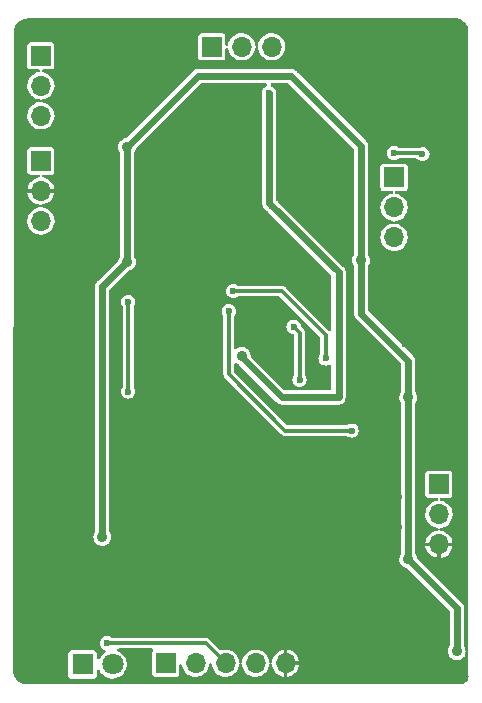
<source format=gbr>
%TF.GenerationSoftware,KiCad,Pcbnew,(6.0.2)*%
%TF.CreationDate,2022-08-13T11:44:49+02:00*%
%TF.ProjectId,HM2,484d322e-6b69-4636-9164-5f7063625858,rev?*%
%TF.SameCoordinates,Original*%
%TF.FileFunction,Copper,L2,Bot*%
%TF.FilePolarity,Positive*%
%FSLAX46Y46*%
G04 Gerber Fmt 4.6, Leading zero omitted, Abs format (unit mm)*
G04 Created by KiCad (PCBNEW (6.0.2)) date 2022-08-13 11:44:49*
%MOMM*%
%LPD*%
G01*
G04 APERTURE LIST*
%TA.AperFunction,ComponentPad*%
%ADD10R,1.700000X1.700000*%
%TD*%
%TA.AperFunction,ComponentPad*%
%ADD11O,1.700000X1.700000*%
%TD*%
%TA.AperFunction,ComponentPad*%
%ADD12R,1.800000X1.800000*%
%TD*%
%TA.AperFunction,ComponentPad*%
%ADD13C,1.800000*%
%TD*%
%TA.AperFunction,ViaPad*%
%ADD14C,0.600000*%
%TD*%
%TA.AperFunction,ViaPad*%
%ADD15C,0.900000*%
%TD*%
%TA.AperFunction,Conductor*%
%ADD16C,0.600000*%
%TD*%
%TA.AperFunction,Conductor*%
%ADD17C,0.300000*%
%TD*%
G04 APERTURE END LIST*
D10*
%TO.P,RV5,1,1*%
%TO.N,Net-(R31-Pad1)*%
X150600000Y-131360000D03*
D11*
%TO.P,RV5,2,2*%
%TO.N,Net-(C20-Pad2)*%
X150600000Y-133900000D03*
%TO.P,RV5,3,3*%
%TO.N,GND*%
X150600000Y-136440000D03*
%TD*%
D10*
%TO.P,RV4,1,1*%
%TO.N,Net-(R5-Pad1)*%
X146800000Y-105375000D03*
D11*
%TO.P,RV4,2,2*%
%TO.N,Net-(C10-Pad2)*%
X146800000Y-107915000D03*
%TO.P,RV4,3,3*%
%TO.N,Net-(C16-Pad2)*%
X146800000Y-110455000D03*
%TD*%
D10*
%TO.P,RV2,1,1*%
%TO.N,Net-(R5-Pad1)*%
X131375000Y-94300000D03*
D11*
%TO.P,RV2,2,2*%
%TO.N,Net-(C5-Pad2)*%
X133915000Y-94300000D03*
%TO.P,RV2,3,3*%
%TO.N,Net-(C16-Pad2)*%
X136455000Y-94300000D03*
%TD*%
D10*
%TO.P,J1,1,Pin_1*%
%TO.N,+BATT*%
X127460000Y-146500000D03*
D11*
%TO.P,J1,2,Pin_2*%
%TO.N,/IN*%
X130000000Y-146500000D03*
%TO.P,J1,3,Pin_3*%
%TO.N,/LED*%
X132540000Y-146500000D03*
%TO.P,J1,4,Pin_4*%
%TO.N,/OUT*%
X135080000Y-146500000D03*
%TO.P,J1,5,Pin_5*%
%TO.N,GND*%
X137620000Y-146500000D03*
%TD*%
D10*
%TO.P,RV1,1,1*%
%TO.N,Net-(R5-Pad1)*%
X116900000Y-95060000D03*
D11*
%TO.P,RV1,2,2*%
%TO.N,Net-(C2-Pad2)*%
X116900000Y-97600000D03*
%TO.P,RV1,3,3*%
%TO.N,Net-(C16-Pad2)*%
X116900000Y-100140000D03*
%TD*%
D10*
%TO.P,RV3,1,1*%
%TO.N,Net-(C13-Pad2)*%
X116900000Y-103975000D03*
D11*
%TO.P,RV3,2,2*%
%TO.N,GND*%
X116900000Y-106515000D03*
%TO.P,RV3,3,3*%
%TO.N,Net-(R22-Pad2)*%
X116900000Y-109055000D03*
%TD*%
D12*
%TO.P,D2,1,K*%
%TO.N,Net-(D2-Pad1)*%
X120425000Y-146600000D03*
D13*
%TO.P,D2,2,A*%
%TO.N,+9V*%
X122965000Y-146600000D03*
%TD*%
D14*
%TO.N,GND*%
X122700000Y-99200000D03*
X122800000Y-102000000D03*
X122800000Y-104700000D03*
X122800000Y-107800000D03*
X122800000Y-110200000D03*
X120400000Y-110200000D03*
X120400000Y-107800000D03*
X120400000Y-104700000D03*
X120400000Y-99200000D03*
X120400000Y-102000000D03*
X116900000Y-102000000D03*
X116500000Y-122900000D03*
X116500000Y-119300000D03*
X119300000Y-128500000D03*
X119300000Y-135800000D03*
X144700000Y-137400000D03*
X147200000Y-135000000D03*
X144700000Y-135000000D03*
X151000000Y-109500000D03*
X151000000Y-106100000D03*
X151000000Y-100900000D03*
X151000000Y-96800000D03*
X151000000Y-93100000D03*
X140100000Y-93100000D03*
X137600000Y-137000000D03*
X137000000Y-143400000D03*
X116100000Y-145500000D03*
X116100000Y-140700000D03*
X116500000Y-132100000D03*
X151200000Y-138900000D03*
X147300000Y-139800000D03*
X144700000Y-132500000D03*
X147200000Y-132400000D03*
%TO.N,+9V*%
X142100000Y-124000000D03*
X136200000Y-98200000D03*
X136500000Y-107800000D03*
D15*
X133900000Y-120500000D03*
D14*
%TO.N,GND*%
X147700000Y-119500000D03*
X129800000Y-111600000D03*
X143400000Y-132500000D03*
X136500000Y-115800000D03*
X131000000Y-136600000D03*
X143900000Y-138700000D03*
X116500000Y-129900000D03*
X116500000Y-127200000D03*
X134900000Y-116700000D03*
X116400000Y-137300000D03*
X143200000Y-125900000D03*
X129700000Y-102000000D03*
X131400000Y-112500000D03*
X134900000Y-143400000D03*
X116400000Y-134400000D03*
X131200000Y-102800000D03*
D15*
%TO.N,/+4V5*%
X122100000Y-135800000D03*
X124200000Y-102800000D03*
X148000000Y-124000000D03*
X148000000Y-137700000D03*
X124200000Y-112500000D03*
X144000000Y-112400000D03*
X152100000Y-145500000D03*
D14*
%TO.N,Net-(C13-Pad1)*%
X124300000Y-115900000D03*
X124300000Y-123500000D03*
%TO.N,Net-(C17-Pad1)*%
X138800000Y-122500000D03*
X138300000Y-118000000D03*
%TO.N,Net-(C24-Pad1)*%
X132800000Y-116700000D03*
X143200000Y-126800000D03*
%TO.N,/LED*%
X122500000Y-144800000D03*
%TO.N,Net-(R22-Pad2)*%
X141000000Y-120700000D03*
X133200000Y-115000000D03*
%TO.N,Net-(R31-Pad1)*%
X146800000Y-103300000D03*
X149200000Y-103400000D03*
%TD*%
D16*
%TO.N,+9V*%
X136500000Y-107800000D02*
X136200000Y-107500000D01*
X142100000Y-124000000D02*
X142100000Y-113400000D01*
X137300000Y-124000000D02*
X142100000Y-124000000D01*
X142100000Y-113400000D02*
X136500000Y-107800000D01*
X133900000Y-120500000D02*
X133900000Y-120600000D01*
X133900000Y-120600000D02*
X137300000Y-124000000D01*
X136200000Y-107500000D02*
X136200000Y-98200000D01*
%TO.N,/+4V5*%
X124200000Y-112500000D02*
X124200000Y-102800000D01*
X130200000Y-96800000D02*
X138100000Y-96800000D01*
X124200000Y-102800000D02*
X130200000Y-96800000D01*
X148000000Y-124000000D02*
X148000000Y-137700000D01*
X144000000Y-116900000D02*
X148000000Y-120900000D01*
X148000000Y-120900000D02*
X148000000Y-124000000D01*
X138100000Y-96800000D02*
X144000000Y-102700000D01*
X122100000Y-114600000D02*
X124200000Y-112500000D01*
X144000000Y-112400000D02*
X144000000Y-116900000D01*
X148000000Y-137700000D02*
X149400000Y-139100000D01*
X144000000Y-102700000D02*
X144000000Y-112400000D01*
X152100000Y-141800000D02*
X152100000Y-145500000D01*
X122100000Y-135800000D02*
X122100000Y-114600000D01*
X149400000Y-139100000D02*
X152100000Y-141800000D01*
D17*
%TO.N,Net-(C13-Pad1)*%
X124300000Y-123500000D02*
X124300000Y-115900000D01*
%TO.N,Net-(C17-Pad1)*%
X138800000Y-118500000D02*
X138800000Y-122500000D01*
X138300000Y-118000000D02*
X138800000Y-118500000D01*
%TO.N,Net-(C24-Pad1)*%
X132800000Y-122000000D02*
X137600000Y-126800000D01*
X132800000Y-116700000D02*
X132800000Y-122000000D01*
X137600000Y-126800000D02*
X143200000Y-126800000D01*
%TO.N,/LED*%
X132540000Y-146500000D02*
X130840000Y-144800000D01*
X130840000Y-144800000D02*
X122500000Y-144800000D01*
%TO.N,Net-(R22-Pad2)*%
X133200000Y-115000000D02*
X137300000Y-115000000D01*
X141000000Y-118700000D02*
X141000000Y-120700000D01*
X137300000Y-115000000D02*
X141000000Y-118700000D01*
%TO.N,Net-(R31-Pad1)*%
X149100000Y-103300000D02*
X149200000Y-103400000D01*
X146800000Y-103300000D02*
X149100000Y-103300000D01*
%TD*%
%TA.AperFunction,Conductor*%
%TO.N,GND*%
G36*
X151889468Y-91900911D02*
G01*
X151905567Y-91902857D01*
X151905568Y-91902857D01*
X151916513Y-91904180D01*
X151927249Y-91901680D01*
X151938258Y-91901083D01*
X151938291Y-91901695D01*
X151950468Y-91900458D01*
X152086689Y-91904039D01*
X152106833Y-91906199D01*
X152264345Y-91936054D01*
X152283891Y-91941418D01*
X152434574Y-91996140D01*
X152453006Y-92004568D01*
X152592969Y-92082743D01*
X152609812Y-92094018D01*
X152735425Y-92193620D01*
X152750242Y-92207449D01*
X152858262Y-92325904D01*
X152870670Y-92341931D01*
X152958301Y-92476177D01*
X152967979Y-92493985D01*
X153032950Y-92640540D01*
X153039648Y-92659669D01*
X153057860Y-92729180D01*
X153080281Y-92814751D01*
X153083824Y-92834706D01*
X153096779Y-92970345D01*
X153096384Y-92982585D01*
X153096997Y-92982576D01*
X153097159Y-92993598D01*
X153095405Y-93004479D01*
X153097478Y-93015302D01*
X153097751Y-93016728D01*
X153100000Y-93040429D01*
X153100000Y-145428326D01*
X153079998Y-145496447D01*
X153072069Y-145503317D01*
X153098660Y-145561059D01*
X153100000Y-145579386D01*
X153100000Y-147391469D01*
X153099899Y-147396513D01*
X153098123Y-147440845D01*
X153101474Y-147451342D01*
X153102919Y-147462022D01*
X153103970Y-147474241D01*
X153107727Y-147575450D01*
X153106251Y-147599906D01*
X153086939Y-147721386D01*
X153080758Y-147745096D01*
X153038297Y-147860548D01*
X153027646Y-147882609D01*
X152963641Y-147987667D01*
X152948928Y-148007241D01*
X152896553Y-148064377D01*
X152865802Y-148097923D01*
X152847569Y-148114288D01*
X152772889Y-148169208D01*
X152748472Y-148187164D01*
X152727414Y-148199692D01*
X152616088Y-148252009D01*
X152593007Y-148260225D01*
X152473653Y-148290011D01*
X152449421Y-148293603D01*
X152406999Y-148295717D01*
X152348266Y-148298644D01*
X152336003Y-148298657D01*
X152325240Y-148298144D01*
X152314490Y-148295717D01*
X152303559Y-148297112D01*
X152303558Y-148297112D01*
X152288877Y-148298986D01*
X152272925Y-148300000D01*
X115797931Y-148300000D01*
X115776052Y-148298086D01*
X115771515Y-148297286D01*
X115760660Y-148295372D01*
X115749806Y-148297286D01*
X115738779Y-148297286D01*
X115738779Y-148296727D01*
X115726532Y-148297314D01*
X115582824Y-148286004D01*
X115563296Y-148282911D01*
X115399476Y-148243581D01*
X115380682Y-148237475D01*
X115225029Y-148173001D01*
X115207418Y-148164027D01*
X115063769Y-148075998D01*
X115047781Y-148064383D01*
X114919670Y-147954966D01*
X114905692Y-147940988D01*
X114796277Y-147812879D01*
X114784662Y-147796891D01*
X114696633Y-147653242D01*
X114687659Y-147635631D01*
X114649972Y-147544646D01*
X119224500Y-147544646D01*
X119227618Y-147570846D01*
X119231456Y-147579486D01*
X119231456Y-147579487D01*
X119267014Y-147659540D01*
X119273061Y-147673153D01*
X119281294Y-147681372D01*
X119281295Y-147681373D01*
X119312835Y-147712858D01*
X119352287Y-147752241D01*
X119362924Y-147756944D01*
X119362926Y-147756945D01*
X119397729Y-147772331D01*
X119454673Y-147797506D01*
X119480354Y-147800500D01*
X121369646Y-147800500D01*
X121373350Y-147800059D01*
X121373353Y-147800059D01*
X121380746Y-147799179D01*
X121395846Y-147797382D01*
X121456423Y-147770475D01*
X121487518Y-147756663D01*
X121498153Y-147751939D01*
X121577241Y-147672713D01*
X121585583Y-147653846D01*
X121610967Y-147596427D01*
X121622506Y-147570327D01*
X121625500Y-147544646D01*
X121625500Y-147136362D01*
X121645502Y-147068241D01*
X121699158Y-147021748D01*
X121769432Y-147011644D01*
X121834012Y-147041138D01*
X121865926Y-147083611D01*
X121876669Y-147106915D01*
X121920883Y-147202821D01*
X122048222Y-147383002D01*
X122206264Y-147536961D01*
X122211060Y-147540166D01*
X122211063Y-147540168D01*
X122310581Y-147606663D01*
X122389717Y-147659540D01*
X122395020Y-147661818D01*
X122395023Y-147661820D01*
X122585616Y-147743705D01*
X122592436Y-147746635D01*
X122638000Y-147756945D01*
X122801995Y-147794054D01*
X122802001Y-147794055D01*
X122807632Y-147795329D01*
X122813403Y-147795556D01*
X122813405Y-147795556D01*
X122881211Y-147798220D01*
X123028098Y-147803991D01*
X123137275Y-147788161D01*
X123240738Y-147773160D01*
X123240743Y-147773159D01*
X123246452Y-147772331D01*
X123251916Y-147770476D01*
X123251921Y-147770475D01*
X123449907Y-147703268D01*
X123449912Y-147703266D01*
X123455379Y-147701410D01*
X123505836Y-147673153D01*
X123549858Y-147648499D01*
X123647884Y-147593602D01*
X123654921Y-147587750D01*
X123813086Y-147456204D01*
X123817518Y-147452518D01*
X123866262Y-147393910D01*
X123954908Y-147287326D01*
X123954910Y-147287323D01*
X123958602Y-147282884D01*
X123976799Y-147250391D01*
X124063586Y-147095422D01*
X124063587Y-147095420D01*
X124066410Y-147090379D01*
X124068266Y-147084912D01*
X124068268Y-147084907D01*
X124135475Y-146886921D01*
X124135476Y-146886916D01*
X124137331Y-146881452D01*
X124138159Y-146875743D01*
X124138160Y-146875738D01*
X124162093Y-146710673D01*
X124168991Y-146663098D01*
X124170643Y-146600000D01*
X124150454Y-146380289D01*
X124141441Y-146348329D01*
X124109125Y-146233747D01*
X124090565Y-146167936D01*
X123992980Y-145970053D01*
X123986080Y-145960812D01*
X123864420Y-145797891D01*
X123864420Y-145797890D01*
X123860967Y-145793267D01*
X123754023Y-145694409D01*
X123703189Y-145647418D01*
X123703186Y-145647416D01*
X123698949Y-145643499D01*
X123512350Y-145525764D01*
X123431554Y-145493530D01*
X123375695Y-145449710D01*
X123352394Y-145382646D01*
X123369050Y-145313630D01*
X123420374Y-145264576D01*
X123478244Y-145250500D01*
X126280335Y-145250500D01*
X126348456Y-145270502D01*
X126394949Y-145324158D01*
X126405053Y-145394432D01*
X126375559Y-145459012D01*
X126369513Y-145465513D01*
X126357759Y-145477287D01*
X126353056Y-145487924D01*
X126353055Y-145487926D01*
X126337273Y-145523624D01*
X126312494Y-145579673D01*
X126309500Y-145605354D01*
X126309500Y-147394646D01*
X126312618Y-147420846D01*
X126316456Y-147429486D01*
X126316456Y-147429487D01*
X126353000Y-147511760D01*
X126358061Y-147523153D01*
X126366294Y-147531372D01*
X126366295Y-147531373D01*
X126391901Y-147556934D01*
X126437287Y-147602241D01*
X126447924Y-147606944D01*
X126447926Y-147606945D01*
X126487257Y-147624333D01*
X126539673Y-147647506D01*
X126565354Y-147650500D01*
X128354646Y-147650500D01*
X128358350Y-147650059D01*
X128358353Y-147650059D01*
X128365746Y-147649179D01*
X128380846Y-147647382D01*
X128391482Y-147642658D01*
X128472518Y-147606663D01*
X128483153Y-147601939D01*
X128491476Y-147593602D01*
X128536646Y-147548353D01*
X128562241Y-147522713D01*
X128567084Y-147511760D01*
X128593274Y-147452518D01*
X128607506Y-147420327D01*
X128610500Y-147394646D01*
X128610500Y-146710673D01*
X128630502Y-146642552D01*
X128684158Y-146596059D01*
X128754432Y-146585955D01*
X128819012Y-146615449D01*
X128857396Y-146675175D01*
X128858658Y-146680784D01*
X128858796Y-146680749D01*
X128910845Y-146885690D01*
X128999369Y-147077714D01*
X129121405Y-147250391D01*
X129125539Y-147254418D01*
X129265727Y-147390983D01*
X129272865Y-147397937D01*
X129277661Y-147401142D01*
X129277664Y-147401144D01*
X129361525Y-147457178D01*
X129448677Y-147515411D01*
X129453985Y-147517692D01*
X129453986Y-147517692D01*
X129637650Y-147596600D01*
X129637653Y-147596601D01*
X129642953Y-147598878D01*
X129648582Y-147600152D01*
X129648583Y-147600152D01*
X129843550Y-147644269D01*
X129843553Y-147644269D01*
X129849186Y-147645544D01*
X129854957Y-147645771D01*
X129854959Y-147645771D01*
X129916989Y-147648208D01*
X130060470Y-147653846D01*
X130066179Y-147653018D01*
X130066183Y-147653018D01*
X130264015Y-147624333D01*
X130264019Y-147624332D01*
X130269730Y-147623504D01*
X130356579Y-147594023D01*
X130464483Y-147557395D01*
X130464488Y-147557393D01*
X130469955Y-147555537D01*
X130482901Y-147548287D01*
X130649395Y-147455046D01*
X130649399Y-147455043D01*
X130654442Y-147452219D01*
X130817012Y-147317012D01*
X130952219Y-147154442D01*
X130955043Y-147149399D01*
X130955046Y-147149395D01*
X131052713Y-146974998D01*
X131052714Y-146974996D01*
X131055537Y-146969955D01*
X131057393Y-146964488D01*
X131057395Y-146964483D01*
X131121647Y-146775200D01*
X131123504Y-146769730D01*
X131136406Y-146680749D01*
X131145090Y-146620860D01*
X131174660Y-146556315D01*
X131234432Y-146518003D01*
X131305429Y-146518087D01*
X131365109Y-146556542D01*
X131394525Y-146621158D01*
X131395515Y-146630695D01*
X131398796Y-146680749D01*
X131400217Y-146686345D01*
X131400218Y-146686350D01*
X131422784Y-146775200D01*
X131450845Y-146885690D01*
X131539369Y-147077714D01*
X131661405Y-147250391D01*
X131665539Y-147254418D01*
X131805727Y-147390983D01*
X131812865Y-147397937D01*
X131817661Y-147401142D01*
X131817664Y-147401144D01*
X131901525Y-147457178D01*
X131988677Y-147515411D01*
X131993985Y-147517692D01*
X131993986Y-147517692D01*
X132177650Y-147596600D01*
X132177653Y-147596601D01*
X132182953Y-147598878D01*
X132188582Y-147600152D01*
X132188583Y-147600152D01*
X132383550Y-147644269D01*
X132383553Y-147644269D01*
X132389186Y-147645544D01*
X132394957Y-147645771D01*
X132394959Y-147645771D01*
X132456989Y-147648208D01*
X132600470Y-147653846D01*
X132606179Y-147653018D01*
X132606183Y-147653018D01*
X132804015Y-147624333D01*
X132804019Y-147624332D01*
X132809730Y-147623504D01*
X132896579Y-147594023D01*
X133004483Y-147557395D01*
X133004488Y-147557393D01*
X133009955Y-147555537D01*
X133022901Y-147548287D01*
X133189395Y-147455046D01*
X133189399Y-147455043D01*
X133194442Y-147452219D01*
X133357012Y-147317012D01*
X133492219Y-147154442D01*
X133495043Y-147149399D01*
X133495046Y-147149395D01*
X133592713Y-146974998D01*
X133592714Y-146974996D01*
X133595537Y-146969955D01*
X133597393Y-146964488D01*
X133597395Y-146964483D01*
X133661647Y-146775200D01*
X133663504Y-146769730D01*
X133676406Y-146680749D01*
X133685090Y-146620860D01*
X133714660Y-146556315D01*
X133774432Y-146518003D01*
X133845429Y-146518087D01*
X133905109Y-146556542D01*
X133934525Y-146621158D01*
X133935515Y-146630695D01*
X133938796Y-146680749D01*
X133940217Y-146686345D01*
X133940218Y-146686350D01*
X133962784Y-146775200D01*
X133990845Y-146885690D01*
X134079369Y-147077714D01*
X134201405Y-147250391D01*
X134205539Y-147254418D01*
X134345727Y-147390983D01*
X134352865Y-147397937D01*
X134357661Y-147401142D01*
X134357664Y-147401144D01*
X134441525Y-147457178D01*
X134528677Y-147515411D01*
X134533985Y-147517692D01*
X134533986Y-147517692D01*
X134717650Y-147596600D01*
X134717653Y-147596601D01*
X134722953Y-147598878D01*
X134728582Y-147600152D01*
X134728583Y-147600152D01*
X134923550Y-147644269D01*
X134923553Y-147644269D01*
X134929186Y-147645544D01*
X134934957Y-147645771D01*
X134934959Y-147645771D01*
X134996989Y-147648208D01*
X135140470Y-147653846D01*
X135146179Y-147653018D01*
X135146183Y-147653018D01*
X135344015Y-147624333D01*
X135344019Y-147624332D01*
X135349730Y-147623504D01*
X135436579Y-147594023D01*
X135544483Y-147557395D01*
X135544488Y-147557393D01*
X135549955Y-147555537D01*
X135562901Y-147548287D01*
X135729395Y-147455046D01*
X135729399Y-147455043D01*
X135734442Y-147452219D01*
X135897012Y-147317012D01*
X136032219Y-147154442D01*
X136035043Y-147149399D01*
X136035046Y-147149395D01*
X136132713Y-146974998D01*
X136132714Y-146974996D01*
X136135537Y-146969955D01*
X136137393Y-146964488D01*
X136137395Y-146964483D01*
X136201647Y-146775200D01*
X136203504Y-146769730D01*
X136220286Y-146653993D01*
X136225435Y-146618479D01*
X136255005Y-146553934D01*
X136314777Y-146515622D01*
X136385774Y-146515706D01*
X136445454Y-146554161D01*
X136474870Y-146618777D01*
X136475861Y-146628320D01*
X136478914Y-146674902D01*
X136480715Y-146686272D01*
X136529896Y-146879923D01*
X136533737Y-146890769D01*
X136617386Y-147072218D01*
X136623137Y-147082179D01*
X136738455Y-147245350D01*
X136745921Y-147254092D01*
X136889047Y-147393520D01*
X136897981Y-147400754D01*
X137064112Y-147511760D01*
X137074225Y-147517251D01*
X137257805Y-147596123D01*
X137268738Y-147599675D01*
X137458700Y-147642658D01*
X137467300Y-147640491D01*
X137467666Y-147640100D01*
X137470000Y-147630291D01*
X137470000Y-147622244D01*
X137770000Y-147622244D01*
X137773966Y-147635750D01*
X137787966Y-147637754D01*
X137883898Y-147623845D01*
X137895081Y-147621160D01*
X138084283Y-147556934D01*
X138094786Y-147552258D01*
X138269124Y-147454625D01*
X138278596Y-147448115D01*
X138432219Y-147320348D01*
X138440348Y-147312219D01*
X138568115Y-147158596D01*
X138574625Y-147149124D01*
X138672258Y-146974786D01*
X138676934Y-146964283D01*
X138741160Y-146775081D01*
X138743845Y-146763898D01*
X138757759Y-146667929D01*
X138755773Y-146653993D01*
X138742205Y-146650000D01*
X137788115Y-146650000D01*
X137772876Y-146654475D01*
X137771671Y-146655865D01*
X137770000Y-146663548D01*
X137770000Y-147622244D01*
X137470000Y-147622244D01*
X137470000Y-146331885D01*
X137770000Y-146331885D01*
X137774475Y-146347124D01*
X137775865Y-146348329D01*
X137783548Y-146350000D01*
X138743029Y-146350000D01*
X138757574Y-146345729D01*
X138759637Y-146333595D01*
X138756117Y-146295285D01*
X138754020Y-146283971D01*
X138699785Y-146091670D01*
X138695663Y-146080931D01*
X138607292Y-145901733D01*
X138601282Y-145891925D01*
X138481731Y-145731827D01*
X138474041Y-145723287D01*
X138327315Y-145587654D01*
X138318190Y-145580653D01*
X138149209Y-145474034D01*
X138138965Y-145468814D01*
X137953385Y-145394775D01*
X137942347Y-145391505D01*
X137787770Y-145360759D01*
X137774894Y-145361911D01*
X137770000Y-145377064D01*
X137770000Y-146331885D01*
X137470000Y-146331885D01*
X137470000Y-145376952D01*
X137466194Y-145363990D01*
X137451279Y-145362054D01*
X137326780Y-145383447D01*
X137315660Y-145386427D01*
X137128207Y-145455582D01*
X137117829Y-145460532D01*
X136946119Y-145562688D01*
X136936807Y-145569453D01*
X136786587Y-145701194D01*
X136778670Y-145709537D01*
X136654975Y-145866443D01*
X136648704Y-145876100D01*
X136555679Y-146052912D01*
X136551273Y-146063549D01*
X136492025Y-146254356D01*
X136489632Y-146265614D01*
X136475308Y-146386634D01*
X136447437Y-146451932D01*
X136388689Y-146491795D01*
X136317714Y-146493569D01*
X136257048Y-146456690D01*
X136225950Y-146392866D01*
X136224712Y-146383366D01*
X136216081Y-146289440D01*
X136209362Y-146265614D01*
X136182471Y-146170266D01*
X136158686Y-146085931D01*
X136154214Y-146076861D01*
X136067719Y-145901469D01*
X136065165Y-145896290D01*
X135938651Y-145726867D01*
X135811236Y-145609086D01*
X135787622Y-145587257D01*
X135787620Y-145587255D01*
X135783381Y-145583337D01*
X135754696Y-145565238D01*
X135609434Y-145473584D01*
X135609433Y-145473584D01*
X135604554Y-145470505D01*
X135408160Y-145392152D01*
X135402503Y-145391027D01*
X135402497Y-145391025D01*
X135206442Y-145352028D01*
X135206440Y-145352028D01*
X135200775Y-145350901D01*
X135195000Y-145350825D01*
X135194996Y-145350825D01*
X135088976Y-145349437D01*
X134989346Y-145348133D01*
X134983649Y-145349112D01*
X134983648Y-145349112D01*
X134786650Y-145382962D01*
X134786649Y-145382962D01*
X134780953Y-145383941D01*
X134582575Y-145457127D01*
X134577614Y-145460079D01*
X134577613Y-145460079D01*
X134406551Y-145561850D01*
X134400856Y-145565238D01*
X134241881Y-145704655D01*
X134110976Y-145870708D01*
X134108287Y-145875819D01*
X134108285Y-145875822D01*
X134094792Y-145901469D01*
X134012523Y-146057836D01*
X133949820Y-146259773D01*
X133949141Y-146265510D01*
X133935088Y-146384239D01*
X133907217Y-146449537D01*
X133848469Y-146489401D01*
X133777494Y-146491174D01*
X133716828Y-146454295D01*
X133685730Y-146390471D01*
X133684490Y-146380958D01*
X133683918Y-146374725D01*
X133676081Y-146289440D01*
X133669362Y-146265614D01*
X133642471Y-146170266D01*
X133618686Y-146085931D01*
X133614214Y-146076861D01*
X133527719Y-145901469D01*
X133525165Y-145896290D01*
X133398651Y-145726867D01*
X133271236Y-145609086D01*
X133247622Y-145587257D01*
X133247620Y-145587255D01*
X133243381Y-145583337D01*
X133214696Y-145565238D01*
X133069434Y-145473584D01*
X133069433Y-145473584D01*
X133064554Y-145470505D01*
X132868160Y-145392152D01*
X132862503Y-145391027D01*
X132862497Y-145391025D01*
X132666442Y-145352028D01*
X132666440Y-145352028D01*
X132660775Y-145350901D01*
X132655000Y-145350825D01*
X132654996Y-145350825D01*
X132548976Y-145349437D01*
X132449346Y-145348133D01*
X132443649Y-145349112D01*
X132443648Y-145349112D01*
X132246650Y-145382962D01*
X132246649Y-145382962D01*
X132240953Y-145383941D01*
X132212516Y-145394432D01*
X132185201Y-145404509D01*
X132114367Y-145409321D01*
X132052495Y-145375392D01*
X131182753Y-144505650D01*
X131172899Y-144494561D01*
X131157707Y-144475291D01*
X131157705Y-144475289D01*
X131151872Y-144467890D01*
X131144125Y-144462535D01*
X131144123Y-144462534D01*
X131103625Y-144434545D01*
X131100403Y-144432243D01*
X131060758Y-144402960D01*
X131060757Y-144402959D01*
X131053184Y-144397366D01*
X131046368Y-144394973D01*
X131040431Y-144390869D01*
X131031451Y-144388029D01*
X131031449Y-144388028D01*
X131000575Y-144378264D01*
X130984481Y-144373174D01*
X130980750Y-144371929D01*
X130934263Y-144355604D01*
X130934261Y-144355604D01*
X130925369Y-144352481D01*
X130918181Y-144352199D01*
X130918122Y-144352188D01*
X130911270Y-144350020D01*
X130904663Y-144349500D01*
X130851984Y-144349500D01*
X130847037Y-144349403D01*
X130790006Y-144347162D01*
X130782900Y-144349046D01*
X130774653Y-144349500D01*
X122942099Y-144349500D01*
X122873978Y-144329498D01*
X122865395Y-144323463D01*
X122809392Y-144280491D01*
X122802841Y-144275464D01*
X122656762Y-144214956D01*
X122500000Y-144194318D01*
X122343238Y-144214956D01*
X122197159Y-144275464D01*
X122071718Y-144371718D01*
X121975464Y-144497159D01*
X121914956Y-144643238D01*
X121894318Y-144800000D01*
X121914956Y-144956762D01*
X121975464Y-145102841D01*
X122071718Y-145228282D01*
X122197159Y-145324536D01*
X122254127Y-145348133D01*
X122297196Y-145365973D01*
X122352477Y-145410522D01*
X122374898Y-145477885D01*
X122357340Y-145546676D01*
X122313402Y-145590666D01*
X122256341Y-145624614D01*
X122090457Y-145770090D01*
X121953863Y-145943360D01*
X121875833Y-146091670D01*
X121863008Y-146116046D01*
X121813589Y-146167018D01*
X121744456Y-146183181D01*
X121677560Y-146159402D01*
X121634140Y-146103231D01*
X121625500Y-146057378D01*
X121625500Y-145655354D01*
X121622382Y-145629154D01*
X121613438Y-145609017D01*
X121581663Y-145537482D01*
X121576939Y-145526847D01*
X121497713Y-145447759D01*
X121487076Y-145443056D01*
X121487074Y-145443055D01*
X121427538Y-145416735D01*
X121395327Y-145402494D01*
X121369646Y-145399500D01*
X119480354Y-145399500D01*
X119476650Y-145399941D01*
X119476647Y-145399941D01*
X119469254Y-145400821D01*
X119454154Y-145402618D01*
X119445514Y-145406456D01*
X119445513Y-145406456D01*
X119396277Y-145428326D01*
X119351847Y-145448061D01*
X119343628Y-145456294D01*
X119343627Y-145456295D01*
X119329442Y-145470505D01*
X119272759Y-145527287D01*
X119268056Y-145537924D01*
X119268055Y-145537926D01*
X119245438Y-145589084D01*
X119227494Y-145629673D01*
X119224500Y-145655354D01*
X119224500Y-147544646D01*
X114649972Y-147544646D01*
X114623185Y-147479978D01*
X114617077Y-147461179D01*
X114616117Y-147457178D01*
X114577749Y-147297363D01*
X114574656Y-147277836D01*
X114563346Y-147134128D01*
X114563933Y-147121881D01*
X114563374Y-147121881D01*
X114563374Y-147110854D01*
X114565288Y-147100000D01*
X114562601Y-147084760D01*
X114560687Y-147062790D01*
X114560725Y-147011644D01*
X114568946Y-135789455D01*
X121344825Y-135789455D01*
X121345512Y-135796462D01*
X121345512Y-135796465D01*
X121348311Y-135825010D01*
X121361255Y-135957025D01*
X121414402Y-136116791D01*
X121501624Y-136260812D01*
X121506513Y-136265875D01*
X121506514Y-136265876D01*
X121577825Y-136339720D01*
X121618586Y-136381929D01*
X121624483Y-136385788D01*
X121753577Y-136470266D01*
X121753581Y-136470268D01*
X121759475Y-136474125D01*
X121917289Y-136532815D01*
X121924270Y-136533746D01*
X121924272Y-136533747D01*
X121969812Y-136539823D01*
X122084183Y-136555083D01*
X122091194Y-136554445D01*
X122091198Y-136554445D01*
X122244843Y-136540462D01*
X122251864Y-136539823D01*
X122258566Y-136537645D01*
X122258568Y-136537645D01*
X122405298Y-136489970D01*
X122405301Y-136489969D01*
X122411997Y-136487793D01*
X122556623Y-136401578D01*
X122561717Y-136396727D01*
X122561721Y-136396724D01*
X122673454Y-136290322D01*
X122673455Y-136290320D01*
X122678554Y-136285465D01*
X122686441Y-136273595D01*
X122767836Y-136151085D01*
X122771731Y-136145223D01*
X122831521Y-135987823D01*
X122845259Y-135890072D01*
X122854404Y-135825010D01*
X122854404Y-135825006D01*
X122854955Y-135821088D01*
X122855249Y-135800000D01*
X122853283Y-135782468D01*
X122837266Y-135639672D01*
X122837265Y-135639669D01*
X122836481Y-135632676D01*
X122781108Y-135473668D01*
X122719646Y-135375308D01*
X122700500Y-135308538D01*
X122700500Y-123500000D01*
X123694318Y-123500000D01*
X123714956Y-123656762D01*
X123775464Y-123802841D01*
X123871718Y-123928282D01*
X123878264Y-123933305D01*
X123907918Y-123956059D01*
X123997159Y-124024536D01*
X124143238Y-124085044D01*
X124300000Y-124105682D01*
X124308188Y-124104604D01*
X124448574Y-124086122D01*
X124456762Y-124085044D01*
X124602841Y-124024536D01*
X124692082Y-123956059D01*
X124721736Y-123933305D01*
X124728282Y-123928282D01*
X124824536Y-123802841D01*
X124885044Y-123656762D01*
X124905682Y-123500000D01*
X124885044Y-123343238D01*
X124824536Y-123197159D01*
X124776537Y-123134605D01*
X124750937Y-123068384D01*
X124750500Y-123057901D01*
X124750500Y-116342099D01*
X124770502Y-116273978D01*
X124776537Y-116265395D01*
X124819509Y-116209392D01*
X124824536Y-116202841D01*
X124885044Y-116056762D01*
X124905682Y-115900000D01*
X124885044Y-115743238D01*
X124824536Y-115597159D01*
X124728282Y-115471718D01*
X124602841Y-115375464D01*
X124456762Y-115314956D01*
X124300000Y-115294318D01*
X124143238Y-115314956D01*
X123997159Y-115375464D01*
X123871718Y-115471718D01*
X123775464Y-115597159D01*
X123714956Y-115743238D01*
X123694318Y-115900000D01*
X123714956Y-116056762D01*
X123775464Y-116202841D01*
X123780491Y-116209392D01*
X123823463Y-116265395D01*
X123849063Y-116331616D01*
X123849500Y-116342099D01*
X123849500Y-123057901D01*
X123829498Y-123126022D01*
X123823463Y-123134605D01*
X123775464Y-123197159D01*
X123714956Y-123343238D01*
X123694318Y-123500000D01*
X122700500Y-123500000D01*
X122700500Y-114900925D01*
X122720502Y-114832804D01*
X122737405Y-114811830D01*
X124272911Y-113276325D01*
X124335223Y-113242299D01*
X124337950Y-113241880D01*
X124337949Y-113241877D01*
X124344843Y-113240462D01*
X124351864Y-113239823D01*
X124383807Y-113229444D01*
X124505298Y-113189970D01*
X124505301Y-113189969D01*
X124511997Y-113187793D01*
X124656623Y-113101578D01*
X124661717Y-113096727D01*
X124661721Y-113096724D01*
X124773454Y-112990322D01*
X124773455Y-112990320D01*
X124778554Y-112985465D01*
X124783337Y-112978267D01*
X124840331Y-112892484D01*
X124871731Y-112845223D01*
X124881029Y-112820747D01*
X124929019Y-112694409D01*
X124931521Y-112687823D01*
X124954955Y-112521088D01*
X124955249Y-112500000D01*
X124944475Y-112403947D01*
X124937266Y-112339672D01*
X124937265Y-112339669D01*
X124936481Y-112332676D01*
X124881108Y-112173668D01*
X124819646Y-112075308D01*
X124800500Y-112008538D01*
X124800500Y-103290475D01*
X124821551Y-103220749D01*
X124871731Y-103145223D01*
X124931521Y-102987823D01*
X124932501Y-102980852D01*
X124932502Y-102980847D01*
X124937119Y-102947995D01*
X124966408Y-102883321D01*
X124972798Y-102876437D01*
X130411830Y-97437405D01*
X130474142Y-97403379D01*
X130500925Y-97400500D01*
X135927536Y-97400500D01*
X135995657Y-97420502D01*
X136042150Y-97474158D01*
X136052254Y-97544432D01*
X136022760Y-97609012D01*
X135975755Y-97642909D01*
X135897159Y-97675464D01*
X135771718Y-97771718D01*
X135766695Y-97778264D01*
X135743941Y-97807918D01*
X135675464Y-97897159D01*
X135614956Y-98043238D01*
X135594318Y-98200000D01*
X135595396Y-98208188D01*
X135598422Y-98231173D01*
X135599500Y-98247619D01*
X135599500Y-107452381D01*
X135598422Y-107468827D01*
X135594318Y-107500000D01*
X135599500Y-107539361D01*
X135614956Y-107656762D01*
X135675464Y-107802841D01*
X135729749Y-107873587D01*
X135764369Y-107918704D01*
X135771718Y-107928282D01*
X135778264Y-107933305D01*
X135796671Y-107947429D01*
X135809062Y-107958297D01*
X136041703Y-108190938D01*
X136052570Y-108203328D01*
X136071718Y-108228282D01*
X136078264Y-108233305D01*
X136096671Y-108247429D01*
X136109062Y-108258297D01*
X141462595Y-113611830D01*
X141496621Y-113674142D01*
X141499500Y-113700925D01*
X141499500Y-118255807D01*
X141479498Y-118323928D01*
X141425842Y-118370421D01*
X141355568Y-118380525D01*
X141294721Y-118354142D01*
X141291243Y-118351356D01*
X141284854Y-118344444D01*
X141278497Y-118340751D01*
X141272337Y-118335234D01*
X137642753Y-114705650D01*
X137632899Y-114694561D01*
X137617707Y-114675291D01*
X137617705Y-114675289D01*
X137611872Y-114667890D01*
X137604125Y-114662535D01*
X137604123Y-114662534D01*
X137578614Y-114644904D01*
X137563615Y-114634538D01*
X137560403Y-114632243D01*
X137558955Y-114631173D01*
X137513184Y-114597366D01*
X137506368Y-114594973D01*
X137500431Y-114590869D01*
X137491451Y-114588029D01*
X137491449Y-114588028D01*
X137460575Y-114578264D01*
X137444481Y-114573174D01*
X137440750Y-114571929D01*
X137394263Y-114555604D01*
X137394261Y-114555604D01*
X137385369Y-114552481D01*
X137378181Y-114552199D01*
X137378122Y-114552188D01*
X137371270Y-114550020D01*
X137364663Y-114549500D01*
X137311984Y-114549500D01*
X137307037Y-114549403D01*
X137250006Y-114547162D01*
X137242900Y-114549046D01*
X137234653Y-114549500D01*
X133642099Y-114549500D01*
X133573978Y-114529498D01*
X133565395Y-114523463D01*
X133509392Y-114480491D01*
X133502841Y-114475464D01*
X133356762Y-114414956D01*
X133200000Y-114394318D01*
X133043238Y-114414956D01*
X132897159Y-114475464D01*
X132771718Y-114571718D01*
X132766695Y-114578264D01*
X132749993Y-114600031D01*
X132675464Y-114697159D01*
X132614956Y-114843238D01*
X132594318Y-115000000D01*
X132614956Y-115156762D01*
X132675464Y-115302841D01*
X132771718Y-115428282D01*
X132897159Y-115524536D01*
X133043238Y-115585044D01*
X133200000Y-115605682D01*
X133208188Y-115604604D01*
X133348574Y-115586122D01*
X133356762Y-115585044D01*
X133502841Y-115524536D01*
X133565395Y-115476537D01*
X133631616Y-115450937D01*
X133642099Y-115450500D01*
X137061207Y-115450500D01*
X137129328Y-115470502D01*
X137150302Y-115487405D01*
X140512595Y-118849698D01*
X140546621Y-118912010D01*
X140549500Y-118938793D01*
X140549500Y-120257901D01*
X140529498Y-120326022D01*
X140523463Y-120334605D01*
X140475464Y-120397159D01*
X140414956Y-120543238D01*
X140394318Y-120700000D01*
X140414956Y-120856762D01*
X140475464Y-121002841D01*
X140571718Y-121128282D01*
X140697159Y-121224536D01*
X140843238Y-121285044D01*
X141000000Y-121305682D01*
X141008188Y-121304604D01*
X141148574Y-121286122D01*
X141156762Y-121285044D01*
X141302841Y-121224536D01*
X141309392Y-121219509D01*
X141310501Y-121218869D01*
X141379497Y-121202132D01*
X141446588Y-121225353D01*
X141490475Y-121281161D01*
X141499500Y-121327989D01*
X141499500Y-123273500D01*
X141479498Y-123341621D01*
X141425842Y-123388114D01*
X141373500Y-123399500D01*
X137600925Y-123399500D01*
X137532804Y-123379498D01*
X137511830Y-123362595D01*
X134687211Y-120537976D01*
X134653185Y-120475664D01*
X134651091Y-120462926D01*
X134637266Y-120339672D01*
X134637265Y-120339669D01*
X134636481Y-120332676D01*
X134581108Y-120173668D01*
X134491884Y-120030879D01*
X134483723Y-120022661D01*
X134378205Y-119916403D01*
X134378201Y-119916400D01*
X134373242Y-119911406D01*
X134355651Y-119900242D01*
X134317953Y-119876319D01*
X134231079Y-119821187D01*
X134072462Y-119764706D01*
X134065474Y-119763873D01*
X134065471Y-119763872D01*
X133972300Y-119752762D01*
X133905273Y-119744769D01*
X133898270Y-119745505D01*
X133898269Y-119745505D01*
X133852712Y-119750293D01*
X133737821Y-119762369D01*
X133731155Y-119764638D01*
X133731152Y-119764639D01*
X133585098Y-119814360D01*
X133585095Y-119814361D01*
X133578431Y-119816630D01*
X133572436Y-119820318D01*
X133572432Y-119820320D01*
X133442522Y-119900242D01*
X133374021Y-119918900D01*
X133306307Y-119897561D01*
X133260879Y-119843001D01*
X133250500Y-119792924D01*
X133250500Y-118000000D01*
X137694318Y-118000000D01*
X137714956Y-118156762D01*
X137775464Y-118302841D01*
X137871718Y-118428282D01*
X137997159Y-118524536D01*
X138143238Y-118585044D01*
X138221410Y-118595335D01*
X138286337Y-118624057D01*
X138294059Y-118631162D01*
X138312595Y-118649698D01*
X138346621Y-118712010D01*
X138349500Y-118738793D01*
X138349500Y-122057901D01*
X138329498Y-122126022D01*
X138323463Y-122134605D01*
X138311633Y-122150022D01*
X138275464Y-122197159D01*
X138214956Y-122343238D01*
X138194318Y-122500000D01*
X138214956Y-122656762D01*
X138275464Y-122802841D01*
X138371718Y-122928282D01*
X138497159Y-123024536D01*
X138643238Y-123085044D01*
X138800000Y-123105682D01*
X138808188Y-123104604D01*
X138948574Y-123086122D01*
X138956762Y-123085044D01*
X139102841Y-123024536D01*
X139228282Y-122928282D01*
X139324536Y-122802841D01*
X139385044Y-122656762D01*
X139405682Y-122500000D01*
X139385044Y-122343238D01*
X139324536Y-122197159D01*
X139288367Y-122150022D01*
X139276537Y-122134605D01*
X139250937Y-122068384D01*
X139250500Y-122057901D01*
X139250500Y-118534220D01*
X139251373Y-118519411D01*
X139254257Y-118495043D01*
X139255364Y-118485690D01*
X139253672Y-118476426D01*
X139253672Y-118476422D01*
X139244827Y-118427989D01*
X139244178Y-118424088D01*
X139236851Y-118375355D01*
X139236849Y-118375347D01*
X139235449Y-118366038D01*
X139232323Y-118359528D01*
X139231026Y-118352427D01*
X139203982Y-118300363D01*
X139202214Y-118296825D01*
X139180886Y-118252411D01*
X139176809Y-118243921D01*
X139171922Y-118238635D01*
X139171895Y-118238595D01*
X139168580Y-118232212D01*
X139164275Y-118227172D01*
X139127048Y-118189945D01*
X139123618Y-118186379D01*
X139103293Y-118164391D01*
X139084854Y-118144444D01*
X139078495Y-118140751D01*
X139072337Y-118135234D01*
X138931162Y-117994059D01*
X138897136Y-117931747D01*
X138895335Y-117921409D01*
X138886122Y-117851427D01*
X138886122Y-117851426D01*
X138885044Y-117843238D01*
X138824536Y-117697159D01*
X138728282Y-117571718D01*
X138602841Y-117475464D01*
X138456762Y-117414956D01*
X138300000Y-117394318D01*
X138143238Y-117414956D01*
X137997159Y-117475464D01*
X137871718Y-117571718D01*
X137775464Y-117697159D01*
X137714956Y-117843238D01*
X137694318Y-118000000D01*
X133250500Y-118000000D01*
X133250500Y-117142099D01*
X133270502Y-117073978D01*
X133276537Y-117065395D01*
X133319509Y-117009392D01*
X133324536Y-117002841D01*
X133385044Y-116856762D01*
X133405682Y-116700000D01*
X133385044Y-116543238D01*
X133324536Y-116397159D01*
X133228282Y-116271718D01*
X133102841Y-116175464D01*
X132956762Y-116114956D01*
X132800000Y-116094318D01*
X132643238Y-116114956D01*
X132497159Y-116175464D01*
X132371718Y-116271718D01*
X132275464Y-116397159D01*
X132214956Y-116543238D01*
X132194318Y-116700000D01*
X132214956Y-116856762D01*
X132275464Y-117002841D01*
X132280491Y-117009392D01*
X132323463Y-117065395D01*
X132349063Y-117131616D01*
X132349500Y-117142099D01*
X132349500Y-121965780D01*
X132348627Y-121980589D01*
X132344636Y-122014310D01*
X132346328Y-122023574D01*
X132346328Y-122023575D01*
X132355172Y-122072001D01*
X132355822Y-122075904D01*
X132364551Y-122133962D01*
X132367679Y-122140475D01*
X132368975Y-122147573D01*
X132396025Y-122199647D01*
X132397768Y-122203137D01*
X132423191Y-122256079D01*
X132428077Y-122261365D01*
X132428110Y-122261413D01*
X132431421Y-122267788D01*
X132435725Y-122272828D01*
X132472952Y-122310055D01*
X132476381Y-122313620D01*
X132515146Y-122355556D01*
X132521505Y-122359249D01*
X132527663Y-122364766D01*
X137257247Y-127094350D01*
X137267101Y-127105439D01*
X137282293Y-127124709D01*
X137288128Y-127132110D01*
X137295875Y-127137465D01*
X137295877Y-127137466D01*
X137336375Y-127165455D01*
X137339587Y-127167750D01*
X137386816Y-127202634D01*
X137393632Y-127205027D01*
X137399569Y-127209131D01*
X137408549Y-127211971D01*
X137408551Y-127211972D01*
X137428717Y-127218350D01*
X137455519Y-127226826D01*
X137459250Y-127228071D01*
X137505737Y-127244396D01*
X137505739Y-127244396D01*
X137514631Y-127247519D01*
X137521819Y-127247801D01*
X137521878Y-127247812D01*
X137528730Y-127249980D01*
X137535337Y-127250500D01*
X137588016Y-127250500D01*
X137592962Y-127250597D01*
X137649994Y-127252838D01*
X137657100Y-127250954D01*
X137665347Y-127250500D01*
X142757901Y-127250500D01*
X142826022Y-127270502D01*
X142834605Y-127276537D01*
X142897159Y-127324536D01*
X143043238Y-127385044D01*
X143200000Y-127405682D01*
X143208188Y-127404604D01*
X143348574Y-127386122D01*
X143356762Y-127385044D01*
X143502841Y-127324536D01*
X143628282Y-127228282D01*
X143724536Y-127102841D01*
X143785044Y-126956762D01*
X143805682Y-126800000D01*
X143785044Y-126643238D01*
X143724536Y-126497159D01*
X143628282Y-126371718D01*
X143502841Y-126275464D01*
X143356762Y-126214956D01*
X143200000Y-126194318D01*
X143043238Y-126214956D01*
X142897159Y-126275464D01*
X142890608Y-126280491D01*
X142834605Y-126323463D01*
X142768384Y-126349063D01*
X142757901Y-126349500D01*
X137838793Y-126349500D01*
X137770672Y-126329498D01*
X137749698Y-126312595D01*
X133287405Y-121850302D01*
X133253379Y-121787990D01*
X133250500Y-121761207D01*
X133250500Y-121204969D01*
X133270502Y-121136848D01*
X133324158Y-121090355D01*
X133394432Y-121080251D01*
X133445493Y-121099537D01*
X133464279Y-121111830D01*
X133559475Y-121174125D01*
X133566079Y-121176581D01*
X133637874Y-121203281D01*
X133683049Y-121232284D01*
X136841703Y-124390938D01*
X136852570Y-124403328D01*
X136871718Y-124428282D01*
X136946241Y-124485465D01*
X136997159Y-124524536D01*
X137143238Y-124585044D01*
X137300000Y-124605682D01*
X137308188Y-124604604D01*
X137331173Y-124601578D01*
X137347619Y-124600500D01*
X142052381Y-124600500D01*
X142068827Y-124601578D01*
X142100000Y-124605682D01*
X142108188Y-124604604D01*
X142139361Y-124600500D01*
X142248574Y-124586122D01*
X142256762Y-124585044D01*
X142402841Y-124524536D01*
X142528282Y-124428282D01*
X142624536Y-124302841D01*
X142685044Y-124156762D01*
X142705682Y-124000000D01*
X142701578Y-123968827D01*
X142700500Y-123952381D01*
X142700500Y-113447619D01*
X142701578Y-113431173D01*
X142704604Y-113408188D01*
X142705682Y-113400000D01*
X142685044Y-113243238D01*
X142660584Y-113184187D01*
X142627696Y-113104787D01*
X142627695Y-113104785D01*
X142624536Y-113097159D01*
X142606861Y-113074125D01*
X142606860Y-113074123D01*
X142533308Y-112978267D01*
X142533304Y-112978263D01*
X142528282Y-112971718D01*
X142503328Y-112952570D01*
X142490938Y-112941703D01*
X136958292Y-107409057D01*
X136947432Y-107396675D01*
X136928282Y-107371718D01*
X136903328Y-107352570D01*
X136890938Y-107341703D01*
X136837405Y-107288170D01*
X136803379Y-107225858D01*
X136800500Y-107199075D01*
X136800500Y-98247619D01*
X136801578Y-98231173D01*
X136804604Y-98208188D01*
X136805682Y-98200000D01*
X136785044Y-98043238D01*
X136724536Y-97897159D01*
X136656059Y-97807918D01*
X136633305Y-97778264D01*
X136628282Y-97771718D01*
X136502841Y-97675464D01*
X136424246Y-97642909D01*
X136368965Y-97598361D01*
X136346544Y-97530997D01*
X136364102Y-97462206D01*
X136416064Y-97413828D01*
X136472464Y-97400500D01*
X137799075Y-97400500D01*
X137867196Y-97420502D01*
X137888170Y-97437405D01*
X143362595Y-102911830D01*
X143396621Y-102974142D01*
X143399500Y-103000925D01*
X143399500Y-111909201D01*
X143379413Y-111977453D01*
X143323515Y-112064190D01*
X143265927Y-112222409D01*
X143244825Y-112389455D01*
X143245512Y-112396462D01*
X143245512Y-112396465D01*
X143248248Y-112424370D01*
X143261255Y-112557025D01*
X143314402Y-112716791D01*
X143318049Y-112722813D01*
X143318050Y-112722815D01*
X143381276Y-112827213D01*
X143399500Y-112892484D01*
X143399500Y-116852381D01*
X143398422Y-116868827D01*
X143394318Y-116900000D01*
X143407857Y-117002841D01*
X143414956Y-117056762D01*
X143475464Y-117202841D01*
X143571718Y-117328282D01*
X143578264Y-117333305D01*
X143596671Y-117347429D01*
X143609062Y-117358297D01*
X147362595Y-121111830D01*
X147396621Y-121174142D01*
X147399500Y-121200925D01*
X147399500Y-123509201D01*
X147379413Y-123577453D01*
X147323515Y-123664190D01*
X147265927Y-123822409D01*
X147244825Y-123989455D01*
X147245512Y-123996462D01*
X147245512Y-123996465D01*
X147248311Y-124025010D01*
X147261255Y-124157025D01*
X147314402Y-124316791D01*
X147318049Y-124322813D01*
X147318050Y-124322815D01*
X147381276Y-124427213D01*
X147399500Y-124492484D01*
X147399500Y-137209201D01*
X147379413Y-137277453D01*
X147323515Y-137364190D01*
X147265927Y-137522409D01*
X147244825Y-137689455D01*
X147261255Y-137857025D01*
X147314402Y-138016791D01*
X147401624Y-138160812D01*
X147518586Y-138281929D01*
X147524483Y-138285788D01*
X147653577Y-138370266D01*
X147653581Y-138370268D01*
X147659475Y-138374125D01*
X147817289Y-138432815D01*
X147844893Y-138436498D01*
X147851516Y-138437382D01*
X147916392Y-138466219D01*
X147923945Y-138473180D01*
X151462595Y-142011830D01*
X151496621Y-142074142D01*
X151499500Y-142100925D01*
X151499500Y-145009201D01*
X151479413Y-145077453D01*
X151423515Y-145164190D01*
X151421105Y-145170810D01*
X151421104Y-145170813D01*
X151400187Y-145228282D01*
X151365927Y-145322409D01*
X151344825Y-145489455D01*
X151345512Y-145496462D01*
X151345512Y-145496465D01*
X151350435Y-145546676D01*
X151361255Y-145657025D01*
X151414402Y-145816791D01*
X151418049Y-145822813D01*
X151418050Y-145822815D01*
X151491055Y-145943360D01*
X151501624Y-145960812D01*
X151506513Y-145965875D01*
X151506514Y-145965876D01*
X151552054Y-146013034D01*
X151618586Y-146081929D01*
X151624483Y-146085788D01*
X151753577Y-146170266D01*
X151753581Y-146170268D01*
X151759475Y-146174125D01*
X151917289Y-146232815D01*
X151924270Y-146233746D01*
X151924272Y-146233747D01*
X151969812Y-146239823D01*
X152084183Y-146255083D01*
X152091194Y-146254445D01*
X152091198Y-146254445D01*
X152244843Y-146240462D01*
X152251864Y-146239823D01*
X152258566Y-146237645D01*
X152258568Y-146237645D01*
X152405298Y-146189970D01*
X152405301Y-146189969D01*
X152411997Y-146187793D01*
X152556623Y-146101578D01*
X152561717Y-146096727D01*
X152561721Y-146096724D01*
X152673454Y-145990322D01*
X152673455Y-145990320D01*
X152678554Y-145985465D01*
X152685352Y-145975234D01*
X152767836Y-145851085D01*
X152771731Y-145845223D01*
X152831521Y-145687823D01*
X152849226Y-145561850D01*
X152876871Y-145500806D01*
X152853104Y-145463824D01*
X152848785Y-145442371D01*
X152837266Y-145339672D01*
X152837265Y-145339669D01*
X152836481Y-145332676D01*
X152781108Y-145173668D01*
X152719646Y-145075308D01*
X152700500Y-145008538D01*
X152700500Y-141847619D01*
X152701578Y-141831173D01*
X152704604Y-141808188D01*
X152705682Y-141800000D01*
X152685044Y-141643238D01*
X152624536Y-141497159D01*
X152552450Y-141403215D01*
X152528282Y-141371718D01*
X152503328Y-141352570D01*
X152490938Y-141341703D01*
X148774577Y-137625342D01*
X148740551Y-137563030D01*
X148738457Y-137550293D01*
X148737266Y-137539679D01*
X148736481Y-137532676D01*
X148681108Y-137373668D01*
X148619646Y-137275308D01*
X148600500Y-137208538D01*
X148600500Y-136605603D01*
X149458305Y-136605603D01*
X149458914Y-136614901D01*
X149460715Y-136626273D01*
X149509896Y-136819923D01*
X149513737Y-136830769D01*
X149597386Y-137012218D01*
X149603137Y-137022179D01*
X149718455Y-137185350D01*
X149725921Y-137194092D01*
X149869047Y-137333520D01*
X149877981Y-137340754D01*
X150044112Y-137451760D01*
X150054225Y-137457251D01*
X150237805Y-137536123D01*
X150248738Y-137539675D01*
X150438700Y-137582658D01*
X150447300Y-137580491D01*
X150447666Y-137580100D01*
X150450000Y-137570291D01*
X150450000Y-137562244D01*
X150750000Y-137562244D01*
X150753966Y-137575750D01*
X150767966Y-137577754D01*
X150863898Y-137563845D01*
X150875081Y-137561160D01*
X151064283Y-137496934D01*
X151074786Y-137492258D01*
X151249124Y-137394625D01*
X151258596Y-137388115D01*
X151412219Y-137260348D01*
X151420348Y-137252219D01*
X151548115Y-137098596D01*
X151554625Y-137089124D01*
X151652258Y-136914786D01*
X151656934Y-136904283D01*
X151721160Y-136715081D01*
X151723845Y-136703898D01*
X151737759Y-136607929D01*
X151735773Y-136593993D01*
X151722205Y-136590000D01*
X150768115Y-136590000D01*
X150752876Y-136594475D01*
X150751671Y-136595865D01*
X150750000Y-136603548D01*
X150750000Y-137562244D01*
X150450000Y-137562244D01*
X150450000Y-136608115D01*
X150445525Y-136592876D01*
X150444135Y-136591671D01*
X150436452Y-136590000D01*
X149475397Y-136590000D01*
X149460357Y-136594416D01*
X149458305Y-136605603D01*
X148600500Y-136605603D01*
X148600500Y-133869754D01*
X149444967Y-133869754D01*
X149458796Y-134080749D01*
X149460217Y-134086345D01*
X149460218Y-134086350D01*
X149482784Y-134175200D01*
X149510845Y-134285690D01*
X149599369Y-134477714D01*
X149721405Y-134650391D01*
X149872865Y-134797937D01*
X149877661Y-134801142D01*
X149877664Y-134801144D01*
X150020936Y-134896875D01*
X150048677Y-134915411D01*
X150053985Y-134917692D01*
X150053986Y-134917692D01*
X150237650Y-134996600D01*
X150237653Y-134996601D01*
X150242953Y-134998878D01*
X150248582Y-135000152D01*
X150248583Y-135000152D01*
X150443550Y-135044269D01*
X150443553Y-135044269D01*
X150449186Y-135045544D01*
X150454958Y-135045771D01*
X150460687Y-135046525D01*
X150460417Y-135048578D01*
X150518983Y-135068295D01*
X150563341Y-135123729D01*
X150570687Y-135194344D01*
X150538690Y-135257722D01*
X150477507Y-135293739D01*
X150468105Y-135295726D01*
X150306780Y-135323447D01*
X150295660Y-135326427D01*
X150108207Y-135395582D01*
X150097829Y-135400532D01*
X149926119Y-135502688D01*
X149916807Y-135509453D01*
X149766587Y-135641194D01*
X149758670Y-135649537D01*
X149634975Y-135806443D01*
X149628704Y-135816100D01*
X149535679Y-135992912D01*
X149531273Y-136003549D01*
X149472025Y-136194356D01*
X149469632Y-136205614D01*
X149461773Y-136272012D01*
X149464215Y-136286431D01*
X149476957Y-136290000D01*
X151723029Y-136290000D01*
X151737574Y-136285729D01*
X151739637Y-136273595D01*
X151736117Y-136235285D01*
X151734020Y-136223971D01*
X151679785Y-136031670D01*
X151675663Y-136020931D01*
X151587292Y-135841733D01*
X151581282Y-135831925D01*
X151461731Y-135671827D01*
X151454041Y-135663287D01*
X151307315Y-135527654D01*
X151298190Y-135520653D01*
X151129209Y-135414034D01*
X151118965Y-135408814D01*
X150933385Y-135334775D01*
X150922347Y-135331505D01*
X150723753Y-135292003D01*
X150660843Y-135259096D01*
X150625711Y-135197401D01*
X150629511Y-135126506D01*
X150671036Y-135068920D01*
X150730253Y-135043728D01*
X150864015Y-135024333D01*
X150864019Y-135024332D01*
X150869730Y-135023504D01*
X150948987Y-134996600D01*
X151064483Y-134957395D01*
X151064488Y-134957393D01*
X151069955Y-134955537D01*
X151074998Y-134952713D01*
X151249395Y-134855046D01*
X151249399Y-134855043D01*
X151254442Y-134852219D01*
X151417012Y-134717012D01*
X151552219Y-134554442D01*
X151555043Y-134549399D01*
X151555046Y-134549395D01*
X151652713Y-134374998D01*
X151652714Y-134374996D01*
X151655537Y-134369955D01*
X151657393Y-134364488D01*
X151657395Y-134364483D01*
X151721647Y-134175200D01*
X151723504Y-134169730D01*
X151753846Y-133960470D01*
X151755429Y-133900000D01*
X151736081Y-133689440D01*
X151678686Y-133485931D01*
X151667553Y-133463354D01*
X151587719Y-133301469D01*
X151585165Y-133296290D01*
X151458651Y-133126867D01*
X151303381Y-132983337D01*
X151124554Y-132870505D01*
X150928160Y-132792152D01*
X150922503Y-132791027D01*
X150922497Y-132791025D01*
X150766916Y-132760079D01*
X150704006Y-132727172D01*
X150668874Y-132665477D01*
X150672674Y-132594582D01*
X150714199Y-132536996D01*
X150780266Y-132511002D01*
X150791497Y-132510500D01*
X151494646Y-132510500D01*
X151498350Y-132510059D01*
X151498353Y-132510059D01*
X151505746Y-132509179D01*
X151520846Y-132507382D01*
X151623153Y-132461939D01*
X151702241Y-132382713D01*
X151747506Y-132280327D01*
X151750500Y-132254646D01*
X151750500Y-130465354D01*
X151747382Y-130439154D01*
X151701939Y-130336847D01*
X151622713Y-130257759D01*
X151612076Y-130253056D01*
X151612074Y-130253055D01*
X151552538Y-130226735D01*
X151520327Y-130212494D01*
X151494646Y-130209500D01*
X149705354Y-130209500D01*
X149701650Y-130209941D01*
X149701647Y-130209941D01*
X149694254Y-130210821D01*
X149679154Y-130212618D01*
X149576847Y-130258061D01*
X149497759Y-130337287D01*
X149452494Y-130439673D01*
X149449500Y-130465354D01*
X149449500Y-132254646D01*
X149452618Y-132280846D01*
X149498061Y-132383153D01*
X149577287Y-132462241D01*
X149587924Y-132466944D01*
X149587926Y-132466945D01*
X149647462Y-132493265D01*
X149679673Y-132507506D01*
X149705354Y-132510500D01*
X150414988Y-132510500D01*
X150483109Y-132530502D01*
X150529602Y-132584158D01*
X150539706Y-132654432D01*
X150510212Y-132719012D01*
X150450486Y-132757396D01*
X150436326Y-132760680D01*
X150306650Y-132782962D01*
X150306649Y-132782962D01*
X150300953Y-132783941D01*
X150102575Y-132857127D01*
X150097614Y-132860079D01*
X150097613Y-132860079D01*
X150080089Y-132870505D01*
X149920856Y-132965238D01*
X149761881Y-133104655D01*
X149630976Y-133270708D01*
X149628287Y-133275819D01*
X149628285Y-133275822D01*
X149614792Y-133301469D01*
X149532523Y-133457836D01*
X149469820Y-133659773D01*
X149444967Y-133869754D01*
X148600500Y-133869754D01*
X148600500Y-124490475D01*
X148621551Y-124420749D01*
X148671731Y-124345223D01*
X148731521Y-124187823D01*
X148754955Y-124021088D01*
X148755249Y-124000000D01*
X148753283Y-123982468D01*
X148737266Y-123839672D01*
X148737265Y-123839669D01*
X148736481Y-123832676D01*
X148681108Y-123673668D01*
X148619646Y-123575308D01*
X148600500Y-123508538D01*
X148600500Y-120947619D01*
X148601578Y-120931173D01*
X148604604Y-120908188D01*
X148605682Y-120900000D01*
X148585044Y-120743238D01*
X148524536Y-120597159D01*
X148483161Y-120543238D01*
X148477307Y-120535609D01*
X148433305Y-120478264D01*
X148428282Y-120471718D01*
X148403328Y-120452570D01*
X148390938Y-120441703D01*
X144637405Y-116688170D01*
X144603379Y-116625858D01*
X144600500Y-116599075D01*
X144600500Y-112890475D01*
X144621551Y-112820749D01*
X144671731Y-112745223D01*
X144731521Y-112587823D01*
X144754955Y-112421088D01*
X144755249Y-112400000D01*
X144753283Y-112382468D01*
X144737266Y-112239672D01*
X144737265Y-112239669D01*
X144736481Y-112232676D01*
X144681108Y-112073668D01*
X144619646Y-111975308D01*
X144600500Y-111908538D01*
X144600500Y-110424754D01*
X145644967Y-110424754D01*
X145658796Y-110635749D01*
X145660217Y-110641345D01*
X145660218Y-110641350D01*
X145682784Y-110730200D01*
X145710845Y-110840690D01*
X145799369Y-111032714D01*
X145921405Y-111205391D01*
X146072865Y-111352937D01*
X146077661Y-111356142D01*
X146077664Y-111356144D01*
X146220936Y-111451875D01*
X146248677Y-111470411D01*
X146253985Y-111472692D01*
X146253986Y-111472692D01*
X146437650Y-111551600D01*
X146437653Y-111551601D01*
X146442953Y-111553878D01*
X146448582Y-111555152D01*
X146448583Y-111555152D01*
X146643550Y-111599269D01*
X146643553Y-111599269D01*
X146649186Y-111600544D01*
X146654957Y-111600771D01*
X146654959Y-111600771D01*
X146716989Y-111603208D01*
X146860470Y-111608846D01*
X146866179Y-111608018D01*
X146866183Y-111608018D01*
X147064015Y-111579333D01*
X147064019Y-111579332D01*
X147069730Y-111578504D01*
X147148987Y-111551600D01*
X147264483Y-111512395D01*
X147264488Y-111512393D01*
X147269955Y-111510537D01*
X147274998Y-111507713D01*
X147449395Y-111410046D01*
X147449399Y-111410043D01*
X147454442Y-111407219D01*
X147617012Y-111272012D01*
X147752219Y-111109442D01*
X147755043Y-111104399D01*
X147755046Y-111104395D01*
X147852713Y-110929998D01*
X147852714Y-110929996D01*
X147855537Y-110924955D01*
X147857393Y-110919488D01*
X147857395Y-110919483D01*
X147921647Y-110730200D01*
X147923504Y-110724730D01*
X147953846Y-110515470D01*
X147955429Y-110455000D01*
X147936081Y-110244440D01*
X147878686Y-110040931D01*
X147867553Y-110018354D01*
X147787719Y-109856469D01*
X147785165Y-109851290D01*
X147679242Y-109709442D01*
X147662104Y-109686491D01*
X147662103Y-109686490D01*
X147658651Y-109681867D01*
X147503381Y-109538337D01*
X147324554Y-109425505D01*
X147128160Y-109347152D01*
X147122503Y-109346027D01*
X147122497Y-109346025D01*
X146925234Y-109306788D01*
X146862324Y-109273881D01*
X146827192Y-109212186D01*
X146830992Y-109141291D01*
X146872517Y-109083705D01*
X146931734Y-109058513D01*
X147064015Y-109039333D01*
X147064019Y-109039332D01*
X147069730Y-109038504D01*
X147148987Y-109011600D01*
X147264483Y-108972395D01*
X147264488Y-108972393D01*
X147269955Y-108970537D01*
X147274998Y-108967713D01*
X147449395Y-108870046D01*
X147449399Y-108870043D01*
X147454442Y-108867219D01*
X147617012Y-108732012D01*
X147752219Y-108569442D01*
X147755043Y-108564399D01*
X147755046Y-108564395D01*
X147852713Y-108389998D01*
X147852714Y-108389996D01*
X147855537Y-108384955D01*
X147857393Y-108379488D01*
X147857395Y-108379483D01*
X147910942Y-108221736D01*
X147923504Y-108184730D01*
X147929663Y-108142257D01*
X147953314Y-107979140D01*
X147953314Y-107979138D01*
X147953846Y-107975470D01*
X147955429Y-107915000D01*
X147936081Y-107704440D01*
X147929983Y-107682816D01*
X147885970Y-107526760D01*
X147878686Y-107500931D01*
X147867553Y-107478354D01*
X147787719Y-107316469D01*
X147785165Y-107311290D01*
X147658651Y-107141867D01*
X147503381Y-106998337D01*
X147324554Y-106885505D01*
X147128160Y-106807152D01*
X147122503Y-106806027D01*
X147122497Y-106806025D01*
X146966916Y-106775079D01*
X146904006Y-106742172D01*
X146868874Y-106680477D01*
X146872674Y-106609582D01*
X146914199Y-106551996D01*
X146980266Y-106526002D01*
X146991497Y-106525500D01*
X147694646Y-106525500D01*
X147698350Y-106525059D01*
X147698353Y-106525059D01*
X147705746Y-106524179D01*
X147720846Y-106522382D01*
X147823153Y-106476939D01*
X147902241Y-106397713D01*
X147916704Y-106365000D01*
X147943675Y-106303992D01*
X147947506Y-106295327D01*
X147950500Y-106269646D01*
X147950500Y-104480354D01*
X147947382Y-104454154D01*
X147901939Y-104351847D01*
X147822713Y-104272759D01*
X147812076Y-104268056D01*
X147812074Y-104268055D01*
X147752538Y-104241735D01*
X147720327Y-104227494D01*
X147694646Y-104224500D01*
X145905354Y-104224500D01*
X145901650Y-104224941D01*
X145901647Y-104224941D01*
X145894254Y-104225821D01*
X145879154Y-104227618D01*
X145776847Y-104273061D01*
X145697759Y-104352287D01*
X145652494Y-104454673D01*
X145649500Y-104480354D01*
X145649500Y-106269646D01*
X145652618Y-106295846D01*
X145656456Y-106304486D01*
X145656456Y-106304487D01*
X145675345Y-106347012D01*
X145698061Y-106398153D01*
X145777287Y-106477241D01*
X145787924Y-106481944D01*
X145787926Y-106481945D01*
X145847462Y-106508265D01*
X145879673Y-106522506D01*
X145905354Y-106525500D01*
X146614988Y-106525500D01*
X146683109Y-106545502D01*
X146729602Y-106599158D01*
X146739706Y-106669432D01*
X146710212Y-106734012D01*
X146650486Y-106772396D01*
X146636326Y-106775680D01*
X146506650Y-106797962D01*
X146506649Y-106797962D01*
X146500953Y-106798941D01*
X146302575Y-106872127D01*
X146297614Y-106875079D01*
X146297613Y-106875079D01*
X146246028Y-106905769D01*
X146120856Y-106980238D01*
X145961881Y-107119655D01*
X145830976Y-107285708D01*
X145828287Y-107290819D01*
X145828285Y-107290822D01*
X145788369Y-107366691D01*
X145732523Y-107472836D01*
X145669820Y-107674773D01*
X145644967Y-107884754D01*
X145658796Y-108095749D01*
X145660217Y-108101345D01*
X145660218Y-108101350D01*
X145707239Y-108286491D01*
X145710845Y-108300690D01*
X145799369Y-108492714D01*
X145921405Y-108665391D01*
X146072865Y-108812937D01*
X146077661Y-108816142D01*
X146077664Y-108816144D01*
X146220936Y-108911875D01*
X146248677Y-108930411D01*
X146253985Y-108932692D01*
X146253986Y-108932692D01*
X146437650Y-109011600D01*
X146437653Y-109011601D01*
X146442953Y-109013878D01*
X146448582Y-109015152D01*
X146448583Y-109015152D01*
X146643550Y-109059269D01*
X146643553Y-109059269D01*
X146649186Y-109060544D01*
X146654958Y-109060771D01*
X146660687Y-109061525D01*
X146660327Y-109064257D01*
X146716604Y-109083216D01*
X146760950Y-109138659D01*
X146768282Y-109209276D01*
X146736271Y-109272647D01*
X146675081Y-109308651D01*
X146665704Y-109310632D01*
X146506650Y-109337962D01*
X146506649Y-109337962D01*
X146500953Y-109338941D01*
X146302575Y-109412127D01*
X146297614Y-109415079D01*
X146297613Y-109415079D01*
X146280089Y-109425505D01*
X146120856Y-109520238D01*
X145961881Y-109659655D01*
X145830976Y-109825708D01*
X145828287Y-109830819D01*
X145828285Y-109830822D01*
X145814792Y-109856469D01*
X145732523Y-110012836D01*
X145669820Y-110214773D01*
X145644967Y-110424754D01*
X144600500Y-110424754D01*
X144600500Y-103300000D01*
X146194318Y-103300000D01*
X146214956Y-103456762D01*
X146275464Y-103602841D01*
X146371718Y-103728282D01*
X146497159Y-103824536D01*
X146643238Y-103885044D01*
X146800000Y-103905682D01*
X146808188Y-103904604D01*
X146948574Y-103886122D01*
X146956762Y-103885044D01*
X147102841Y-103824536D01*
X147165395Y-103776537D01*
X147231616Y-103750937D01*
X147242099Y-103750500D01*
X148649897Y-103750500D01*
X148718018Y-103770502D01*
X148749860Y-103799796D01*
X148771718Y-103828282D01*
X148897159Y-103924536D01*
X149043238Y-103985044D01*
X149200000Y-104005682D01*
X149208188Y-104004604D01*
X149348574Y-103986122D01*
X149356762Y-103985044D01*
X149502841Y-103924536D01*
X149628282Y-103828282D01*
X149724536Y-103702841D01*
X149785044Y-103556762D01*
X149805682Y-103400000D01*
X149785044Y-103243238D01*
X149724536Y-103097159D01*
X149628282Y-102971718D01*
X149597366Y-102947995D01*
X149510440Y-102881295D01*
X149502841Y-102875464D01*
X149356762Y-102814956D01*
X149200000Y-102794318D01*
X149043238Y-102814956D01*
X148982995Y-102839910D01*
X148934779Y-102849500D01*
X147242099Y-102849500D01*
X147173978Y-102829498D01*
X147165395Y-102823463D01*
X147127412Y-102794318D01*
X147102841Y-102775464D01*
X146956762Y-102714956D01*
X146800000Y-102694318D01*
X146643238Y-102714956D01*
X146497159Y-102775464D01*
X146371718Y-102871718D01*
X146366695Y-102878264D01*
X146343941Y-102907918D01*
X146275464Y-102997159D01*
X146214956Y-103143238D01*
X146194318Y-103300000D01*
X144600500Y-103300000D01*
X144600500Y-102747619D01*
X144601578Y-102731173D01*
X144604604Y-102708188D01*
X144605682Y-102700000D01*
X144585044Y-102543238D01*
X144524536Y-102397159D01*
X144484777Y-102345344D01*
X144428282Y-102271718D01*
X144403328Y-102252570D01*
X144390938Y-102241703D01*
X138558297Y-96409062D01*
X138547429Y-96396671D01*
X138533305Y-96378264D01*
X138528282Y-96371718D01*
X138402841Y-96275464D01*
X138256762Y-96214956D01*
X138170079Y-96203544D01*
X138139361Y-96199500D01*
X138108188Y-96195396D01*
X138100000Y-96194318D01*
X138091812Y-96195396D01*
X138068827Y-96198422D01*
X138052381Y-96199500D01*
X130247619Y-96199500D01*
X130231173Y-96198422D01*
X130208188Y-96195396D01*
X130200000Y-96194318D01*
X130191812Y-96195396D01*
X130160639Y-96199500D01*
X130129922Y-96203544D01*
X130043238Y-96214956D01*
X129897159Y-96275464D01*
X129771718Y-96371718D01*
X129766695Y-96378264D01*
X129752571Y-96396671D01*
X129741703Y-96409062D01*
X124125887Y-102024878D01*
X124063575Y-102058904D01*
X124049961Y-102061093D01*
X124044828Y-102061632D01*
X124044823Y-102061633D01*
X124037821Y-102062369D01*
X124031155Y-102064638D01*
X124031152Y-102064639D01*
X123885098Y-102114360D01*
X123885095Y-102114361D01*
X123878431Y-102116630D01*
X123872436Y-102120318D01*
X123872432Y-102120320D01*
X123741021Y-102201165D01*
X123741019Y-102201167D01*
X123735022Y-102204856D01*
X123729989Y-102209785D01*
X123660061Y-102278264D01*
X123614724Y-102322661D01*
X123523515Y-102464190D01*
X123465927Y-102622409D01*
X123444825Y-102789455D01*
X123445512Y-102796462D01*
X123445512Y-102796465D01*
X123448567Y-102827618D01*
X123461255Y-102957025D01*
X123514402Y-103116791D01*
X123518049Y-103122813D01*
X123518050Y-103122815D01*
X123581276Y-103227213D01*
X123599500Y-103292484D01*
X123599500Y-112009201D01*
X123579413Y-112077453D01*
X123523515Y-112164190D01*
X123521105Y-112170810D01*
X123521104Y-112170813D01*
X123496041Y-112239672D01*
X123465927Y-112322409D01*
X123465045Y-112329394D01*
X123465044Y-112329397D01*
X123462307Y-112351067D01*
X123433925Y-112416143D01*
X123426395Y-112424370D01*
X121709062Y-114141703D01*
X121696672Y-114152570D01*
X121671718Y-114171718D01*
X121647550Y-114203215D01*
X121575464Y-114297159D01*
X121514956Y-114443238D01*
X121494318Y-114600000D01*
X121495396Y-114608188D01*
X121498422Y-114631173D01*
X121499500Y-114647619D01*
X121499500Y-135309201D01*
X121479413Y-135377453D01*
X121423515Y-135464190D01*
X121421105Y-135470810D01*
X121421104Y-135470813D01*
X121407040Y-135509453D01*
X121365927Y-135622409D01*
X121344825Y-135789455D01*
X114568946Y-135789455D01*
X114575237Y-127201798D01*
X114588554Y-109024754D01*
X115744967Y-109024754D01*
X115758796Y-109235749D01*
X115760217Y-109241345D01*
X115760218Y-109241350D01*
X115806445Y-109423366D01*
X115810845Y-109440690D01*
X115899369Y-109632714D01*
X116021405Y-109805391D01*
X116172865Y-109952937D01*
X116177661Y-109956142D01*
X116177664Y-109956144D01*
X116262510Y-110012836D01*
X116348677Y-110070411D01*
X116353985Y-110072692D01*
X116353986Y-110072692D01*
X116537650Y-110151600D01*
X116537653Y-110151601D01*
X116542953Y-110153878D01*
X116548582Y-110155152D01*
X116548583Y-110155152D01*
X116743550Y-110199269D01*
X116743553Y-110199269D01*
X116749186Y-110200544D01*
X116754957Y-110200771D01*
X116754959Y-110200771D01*
X116816989Y-110203208D01*
X116960470Y-110208846D01*
X116966179Y-110208018D01*
X116966183Y-110208018D01*
X117164015Y-110179333D01*
X117164019Y-110179332D01*
X117169730Y-110178504D01*
X117248987Y-110151600D01*
X117364483Y-110112395D01*
X117364488Y-110112393D01*
X117369955Y-110110537D01*
X117374998Y-110107713D01*
X117549395Y-110010046D01*
X117549399Y-110010043D01*
X117554442Y-110007219D01*
X117717012Y-109872012D01*
X117852219Y-109709442D01*
X117855043Y-109704399D01*
X117855046Y-109704395D01*
X117952713Y-109529998D01*
X117952714Y-109529996D01*
X117955537Y-109524955D01*
X117957393Y-109519488D01*
X117957395Y-109519483D01*
X118021647Y-109330200D01*
X118023504Y-109324730D01*
X118025836Y-109308651D01*
X118053314Y-109119140D01*
X118053314Y-109119138D01*
X118053846Y-109115470D01*
X118055429Y-109055000D01*
X118036081Y-108844440D01*
X117978686Y-108640931D01*
X117967553Y-108618354D01*
X117887719Y-108456469D01*
X117885165Y-108451290D01*
X117758651Y-108281867D01*
X117603381Y-108138337D01*
X117570014Y-108117284D01*
X117429434Y-108028584D01*
X117429433Y-108028584D01*
X117424554Y-108025505D01*
X117228160Y-107947152D01*
X117222500Y-107946026D01*
X117222496Y-107946025D01*
X117023764Y-107906495D01*
X116960854Y-107873587D01*
X116925722Y-107811892D01*
X116929522Y-107740998D01*
X116971048Y-107683412D01*
X117030265Y-107658220D01*
X117163898Y-107638844D01*
X117175081Y-107636160D01*
X117364283Y-107571934D01*
X117374786Y-107567258D01*
X117549124Y-107469625D01*
X117558596Y-107463115D01*
X117712219Y-107335348D01*
X117720348Y-107327219D01*
X117848115Y-107173596D01*
X117854625Y-107164124D01*
X117952258Y-106989786D01*
X117956934Y-106979283D01*
X118021160Y-106790081D01*
X118023845Y-106778898D01*
X118037759Y-106682929D01*
X118035773Y-106668993D01*
X118022205Y-106665000D01*
X115775397Y-106665000D01*
X115760357Y-106669416D01*
X115758305Y-106680603D01*
X115758914Y-106689901D01*
X115760715Y-106701273D01*
X115809896Y-106894923D01*
X115813737Y-106905769D01*
X115897386Y-107087218D01*
X115903137Y-107097179D01*
X116018455Y-107260350D01*
X116025921Y-107269092D01*
X116169047Y-107408520D01*
X116177981Y-107415754D01*
X116344112Y-107526760D01*
X116354225Y-107532251D01*
X116537805Y-107611123D01*
X116548738Y-107614675D01*
X116743615Y-107658771D01*
X116760753Y-107661027D01*
X116760480Y-107663100D01*
X116818986Y-107682816D01*
X116863326Y-107738264D01*
X116870650Y-107808882D01*
X116838633Y-107872249D01*
X116777439Y-107908247D01*
X116768081Y-107910224D01*
X116600953Y-107938941D01*
X116402575Y-108012127D01*
X116397614Y-108015079D01*
X116397613Y-108015079D01*
X116380089Y-108025505D01*
X116220856Y-108120238D01*
X116061881Y-108259655D01*
X115930976Y-108425708D01*
X115928287Y-108430819D01*
X115928285Y-108430822D01*
X115914792Y-108456469D01*
X115832523Y-108612836D01*
X115814954Y-108669418D01*
X115771641Y-108808910D01*
X115769820Y-108814773D01*
X115744967Y-109024754D01*
X114588554Y-109024754D01*
X114591598Y-104869646D01*
X115749500Y-104869646D01*
X115752618Y-104895846D01*
X115798061Y-104998153D01*
X115877287Y-105077241D01*
X115887924Y-105081944D01*
X115887926Y-105081945D01*
X115947462Y-105108265D01*
X115979673Y-105122506D01*
X116005354Y-105125500D01*
X116717938Y-105125500D01*
X116786059Y-105145502D01*
X116832552Y-105199158D01*
X116842656Y-105269432D01*
X116813162Y-105334012D01*
X116753436Y-105372396D01*
X116739276Y-105375680D01*
X116606780Y-105398447D01*
X116595660Y-105401427D01*
X116408207Y-105470582D01*
X116397829Y-105475532D01*
X116226119Y-105577688D01*
X116216807Y-105584453D01*
X116066587Y-105716194D01*
X116058670Y-105724537D01*
X115934975Y-105881443D01*
X115928704Y-105891100D01*
X115835679Y-106067912D01*
X115831273Y-106078549D01*
X115772025Y-106269356D01*
X115769632Y-106280614D01*
X115761773Y-106347012D01*
X115764215Y-106361431D01*
X115776957Y-106365000D01*
X118023029Y-106365000D01*
X118037574Y-106360729D01*
X118039637Y-106348595D01*
X118036117Y-106310285D01*
X118034020Y-106298971D01*
X117979785Y-106106670D01*
X117975663Y-106095931D01*
X117887292Y-105916733D01*
X117881282Y-105906925D01*
X117761731Y-105746827D01*
X117754041Y-105738287D01*
X117607315Y-105602654D01*
X117598190Y-105595653D01*
X117429209Y-105489034D01*
X117418965Y-105483814D01*
X117233385Y-105409775D01*
X117222347Y-105406505D01*
X117064356Y-105375079D01*
X117001446Y-105342172D01*
X116966314Y-105280477D01*
X116970114Y-105209582D01*
X117011640Y-105151996D01*
X117077706Y-105126002D01*
X117088937Y-105125500D01*
X117794646Y-105125500D01*
X117798350Y-105125059D01*
X117798353Y-105125059D01*
X117805746Y-105124179D01*
X117820846Y-105122382D01*
X117923153Y-105076939D01*
X118002241Y-104997713D01*
X118047506Y-104895327D01*
X118050500Y-104869646D01*
X118050500Y-103080354D01*
X118047382Y-103054154D01*
X118001939Y-102951847D01*
X117922713Y-102872759D01*
X117912076Y-102868056D01*
X117912074Y-102868055D01*
X117848409Y-102839909D01*
X117820327Y-102827494D01*
X117794646Y-102824500D01*
X116005354Y-102824500D01*
X116001650Y-102824941D01*
X116001647Y-102824941D01*
X115994254Y-102825821D01*
X115979154Y-102827618D01*
X115876847Y-102873061D01*
X115797759Y-102952287D01*
X115793056Y-102962924D01*
X115793055Y-102962926D01*
X115782048Y-102987823D01*
X115752494Y-103054673D01*
X115749500Y-103080354D01*
X115749500Y-104869646D01*
X114591598Y-104869646D01*
X114595085Y-100109754D01*
X115744967Y-100109754D01*
X115758796Y-100320749D01*
X115760217Y-100326345D01*
X115760218Y-100326350D01*
X115782784Y-100415200D01*
X115810845Y-100525690D01*
X115899369Y-100717714D01*
X116021405Y-100890391D01*
X116172865Y-101037937D01*
X116177661Y-101041142D01*
X116177664Y-101041144D01*
X116320936Y-101136875D01*
X116348677Y-101155411D01*
X116353985Y-101157692D01*
X116353986Y-101157692D01*
X116537650Y-101236600D01*
X116537653Y-101236601D01*
X116542953Y-101238878D01*
X116548582Y-101240152D01*
X116548583Y-101240152D01*
X116743550Y-101284269D01*
X116743553Y-101284269D01*
X116749186Y-101285544D01*
X116754957Y-101285771D01*
X116754959Y-101285771D01*
X116816989Y-101288208D01*
X116960470Y-101293846D01*
X116966179Y-101293018D01*
X116966183Y-101293018D01*
X117164015Y-101264333D01*
X117164019Y-101264332D01*
X117169730Y-101263504D01*
X117248987Y-101236600D01*
X117364483Y-101197395D01*
X117364488Y-101197393D01*
X117369955Y-101195537D01*
X117374998Y-101192713D01*
X117549395Y-101095046D01*
X117549399Y-101095043D01*
X117554442Y-101092219D01*
X117717012Y-100957012D01*
X117852219Y-100794442D01*
X117855043Y-100789399D01*
X117855046Y-100789395D01*
X117952713Y-100614998D01*
X117952714Y-100614996D01*
X117955537Y-100609955D01*
X117957393Y-100604488D01*
X117957395Y-100604483D01*
X118021647Y-100415200D01*
X118023504Y-100409730D01*
X118053846Y-100200470D01*
X118055429Y-100140000D01*
X118036081Y-99929440D01*
X117978686Y-99725931D01*
X117967553Y-99703354D01*
X117887719Y-99541469D01*
X117885165Y-99536290D01*
X117758651Y-99366867D01*
X117603381Y-99223337D01*
X117424554Y-99110505D01*
X117228160Y-99032152D01*
X117222503Y-99031027D01*
X117222497Y-99031025D01*
X117025234Y-98991788D01*
X116962324Y-98958881D01*
X116927192Y-98897186D01*
X116930992Y-98826291D01*
X116972517Y-98768705D01*
X117031734Y-98743513D01*
X117164015Y-98724333D01*
X117164019Y-98724332D01*
X117169730Y-98723504D01*
X117248987Y-98696600D01*
X117364483Y-98657395D01*
X117364488Y-98657393D01*
X117369955Y-98655537D01*
X117374998Y-98652713D01*
X117549395Y-98555046D01*
X117549399Y-98555043D01*
X117554442Y-98552219D01*
X117717012Y-98417012D01*
X117852219Y-98254442D01*
X117855043Y-98249399D01*
X117855046Y-98249395D01*
X117952713Y-98074998D01*
X117952714Y-98074996D01*
X117955537Y-98069955D01*
X117957393Y-98064488D01*
X117957395Y-98064483D01*
X118021647Y-97875200D01*
X118023504Y-97869730D01*
X118036767Y-97778264D01*
X118053314Y-97664140D01*
X118053314Y-97664138D01*
X118053846Y-97660470D01*
X118055429Y-97600000D01*
X118036081Y-97389440D01*
X117978686Y-97185931D01*
X117967553Y-97163354D01*
X117887719Y-97001469D01*
X117885165Y-96996290D01*
X117758651Y-96826867D01*
X117603381Y-96683337D01*
X117424554Y-96570505D01*
X117228160Y-96492152D01*
X117222503Y-96491027D01*
X117222497Y-96491025D01*
X117066916Y-96460079D01*
X117004006Y-96427172D01*
X116968874Y-96365477D01*
X116972674Y-96294582D01*
X117014199Y-96236996D01*
X117080266Y-96211002D01*
X117091497Y-96210500D01*
X117794646Y-96210500D01*
X117798350Y-96210059D01*
X117798353Y-96210059D01*
X117805746Y-96209179D01*
X117820846Y-96207382D01*
X117847831Y-96195396D01*
X117912518Y-96166663D01*
X117923153Y-96161939D01*
X118002241Y-96082713D01*
X118047506Y-95980327D01*
X118050500Y-95954646D01*
X118050500Y-95194646D01*
X130224500Y-95194646D01*
X130227618Y-95220846D01*
X130273061Y-95323153D01*
X130281294Y-95331372D01*
X130281295Y-95331373D01*
X130307363Y-95357395D01*
X130352287Y-95402241D01*
X130362924Y-95406944D01*
X130362926Y-95406945D01*
X130400382Y-95423504D01*
X130454673Y-95447506D01*
X130480354Y-95450500D01*
X132269646Y-95450500D01*
X132273350Y-95450059D01*
X132273353Y-95450059D01*
X132280746Y-95449179D01*
X132295846Y-95447382D01*
X132398153Y-95401939D01*
X132477241Y-95322713D01*
X132522506Y-95220327D01*
X132525500Y-95194646D01*
X132525500Y-94510673D01*
X132545502Y-94442552D01*
X132599158Y-94396059D01*
X132669432Y-94385955D01*
X132734012Y-94415449D01*
X132772396Y-94475175D01*
X132773658Y-94480784D01*
X132773796Y-94480749D01*
X132825845Y-94685690D01*
X132914369Y-94877714D01*
X133036405Y-95050391D01*
X133040539Y-95054418D01*
X133180727Y-95190983D01*
X133187865Y-95197937D01*
X133192661Y-95201142D01*
X133192664Y-95201144D01*
X133335936Y-95296875D01*
X133363677Y-95315411D01*
X133368985Y-95317692D01*
X133368986Y-95317692D01*
X133552650Y-95396600D01*
X133552653Y-95396601D01*
X133557953Y-95398878D01*
X133563582Y-95400152D01*
X133563583Y-95400152D01*
X133758550Y-95444269D01*
X133758553Y-95444269D01*
X133764186Y-95445544D01*
X133769957Y-95445771D01*
X133769959Y-95445771D01*
X133831989Y-95448208D01*
X133975470Y-95453846D01*
X133981179Y-95453018D01*
X133981183Y-95453018D01*
X134179015Y-95424333D01*
X134179019Y-95424332D01*
X134184730Y-95423504D01*
X134271579Y-95394023D01*
X134379483Y-95357395D01*
X134379488Y-95357393D01*
X134384955Y-95355537D01*
X134428103Y-95331373D01*
X134564395Y-95255046D01*
X134564399Y-95255043D01*
X134569442Y-95252219D01*
X134732012Y-95117012D01*
X134867219Y-94954442D01*
X134870043Y-94949399D01*
X134870046Y-94949395D01*
X134967713Y-94774998D01*
X134967714Y-94774996D01*
X134970537Y-94769955D01*
X134972393Y-94764488D01*
X134972395Y-94764483D01*
X135036647Y-94575200D01*
X135038504Y-94569730D01*
X135051406Y-94480749D01*
X135060090Y-94420860D01*
X135089660Y-94356315D01*
X135149432Y-94318003D01*
X135220429Y-94318087D01*
X135280109Y-94356542D01*
X135309525Y-94421158D01*
X135310515Y-94430695D01*
X135313796Y-94480749D01*
X135315217Y-94486345D01*
X135315218Y-94486350D01*
X135337784Y-94575200D01*
X135365845Y-94685690D01*
X135454369Y-94877714D01*
X135576405Y-95050391D01*
X135580539Y-95054418D01*
X135720727Y-95190983D01*
X135727865Y-95197937D01*
X135732661Y-95201142D01*
X135732664Y-95201144D01*
X135875936Y-95296875D01*
X135903677Y-95315411D01*
X135908985Y-95317692D01*
X135908986Y-95317692D01*
X136092650Y-95396600D01*
X136092653Y-95396601D01*
X136097953Y-95398878D01*
X136103582Y-95400152D01*
X136103583Y-95400152D01*
X136298550Y-95444269D01*
X136298553Y-95444269D01*
X136304186Y-95445544D01*
X136309957Y-95445771D01*
X136309959Y-95445771D01*
X136371989Y-95448208D01*
X136515470Y-95453846D01*
X136521179Y-95453018D01*
X136521183Y-95453018D01*
X136719015Y-95424333D01*
X136719019Y-95424332D01*
X136724730Y-95423504D01*
X136811579Y-95394023D01*
X136919483Y-95357395D01*
X136919488Y-95357393D01*
X136924955Y-95355537D01*
X136968103Y-95331373D01*
X137104395Y-95255046D01*
X137104399Y-95255043D01*
X137109442Y-95252219D01*
X137272012Y-95117012D01*
X137407219Y-94954442D01*
X137410043Y-94949399D01*
X137410046Y-94949395D01*
X137507713Y-94774998D01*
X137507714Y-94774996D01*
X137510537Y-94769955D01*
X137512393Y-94764488D01*
X137512395Y-94764483D01*
X137576647Y-94575200D01*
X137578504Y-94569730D01*
X137592243Y-94474981D01*
X137608314Y-94364140D01*
X137608314Y-94364138D01*
X137608846Y-94360470D01*
X137610429Y-94300000D01*
X137591081Y-94089440D01*
X137533686Y-93885931D01*
X137522553Y-93863354D01*
X137442719Y-93701469D01*
X137440165Y-93696290D01*
X137313651Y-93526867D01*
X137186236Y-93409086D01*
X137162622Y-93387257D01*
X137162620Y-93387255D01*
X137158381Y-93383337D01*
X137125014Y-93362284D01*
X136984434Y-93273584D01*
X136984433Y-93273584D01*
X136979554Y-93270505D01*
X136783160Y-93192152D01*
X136777503Y-93191027D01*
X136777497Y-93191025D01*
X136581442Y-93152028D01*
X136581440Y-93152028D01*
X136575775Y-93150901D01*
X136570000Y-93150825D01*
X136569996Y-93150825D01*
X136463976Y-93149437D01*
X136364346Y-93148133D01*
X136358649Y-93149112D01*
X136358648Y-93149112D01*
X136161650Y-93182962D01*
X136161649Y-93182962D01*
X136155953Y-93183941D01*
X135957575Y-93257127D01*
X135952614Y-93260079D01*
X135952613Y-93260079D01*
X135906553Y-93287482D01*
X135775856Y-93365238D01*
X135616881Y-93504655D01*
X135485976Y-93670708D01*
X135483287Y-93675819D01*
X135483285Y-93675822D01*
X135469792Y-93701469D01*
X135387523Y-93857836D01*
X135324820Y-94059773D01*
X135324141Y-94065510D01*
X135310088Y-94184239D01*
X135282217Y-94249537D01*
X135223469Y-94289401D01*
X135152494Y-94291174D01*
X135091828Y-94254295D01*
X135060730Y-94190471D01*
X135059490Y-94180958D01*
X135058400Y-94169086D01*
X135051081Y-94089440D01*
X134993686Y-93885931D01*
X134982553Y-93863354D01*
X134902719Y-93701469D01*
X134900165Y-93696290D01*
X134773651Y-93526867D01*
X134646236Y-93409086D01*
X134622622Y-93387257D01*
X134622620Y-93387255D01*
X134618381Y-93383337D01*
X134585014Y-93362284D01*
X134444434Y-93273584D01*
X134444433Y-93273584D01*
X134439554Y-93270505D01*
X134243160Y-93192152D01*
X134237503Y-93191027D01*
X134237497Y-93191025D01*
X134041442Y-93152028D01*
X134041440Y-93152028D01*
X134035775Y-93150901D01*
X134030000Y-93150825D01*
X134029996Y-93150825D01*
X133923976Y-93149437D01*
X133824346Y-93148133D01*
X133818649Y-93149112D01*
X133818648Y-93149112D01*
X133621650Y-93182962D01*
X133621649Y-93182962D01*
X133615953Y-93183941D01*
X133417575Y-93257127D01*
X133412614Y-93260079D01*
X133412613Y-93260079D01*
X133366553Y-93287482D01*
X133235856Y-93365238D01*
X133076881Y-93504655D01*
X132945976Y-93670708D01*
X132943287Y-93675819D01*
X132943285Y-93675822D01*
X132929792Y-93701469D01*
X132847523Y-93857836D01*
X132784820Y-94059773D01*
X132784141Y-94065510D01*
X132776627Y-94128995D01*
X132748756Y-94194292D01*
X132690008Y-94234156D01*
X132619034Y-94235930D01*
X132558367Y-94199051D01*
X132527269Y-94135227D01*
X132525500Y-94114185D01*
X132525500Y-93405354D01*
X132522382Y-93379154D01*
X132476939Y-93276847D01*
X132468444Y-93268366D01*
X132405945Y-93205977D01*
X132397713Y-93197759D01*
X132387076Y-93193056D01*
X132387074Y-93193055D01*
X132327538Y-93166735D01*
X132295327Y-93152494D01*
X132269646Y-93149500D01*
X130480354Y-93149500D01*
X130476650Y-93149941D01*
X130476647Y-93149941D01*
X130469254Y-93150821D01*
X130454154Y-93152618D01*
X130445514Y-93156456D01*
X130445513Y-93156456D01*
X130379131Y-93185942D01*
X130351847Y-93198061D01*
X130272759Y-93277287D01*
X130227494Y-93379673D01*
X130224500Y-93405354D01*
X130224500Y-95194646D01*
X118050500Y-95194646D01*
X118050500Y-94165354D01*
X118047382Y-94139154D01*
X118022829Y-94083876D01*
X118006663Y-94047482D01*
X118001939Y-94036847D01*
X117922713Y-93957759D01*
X117912076Y-93953056D01*
X117912074Y-93953055D01*
X117852538Y-93926735D01*
X117820327Y-93912494D01*
X117794646Y-93909500D01*
X116005354Y-93909500D01*
X116001650Y-93909941D01*
X116001647Y-93909941D01*
X115994254Y-93910821D01*
X115979154Y-93912618D01*
X115876847Y-93958061D01*
X115797759Y-94037287D01*
X115793056Y-94047924D01*
X115793055Y-94047926D01*
X115777162Y-94083876D01*
X115752494Y-94139673D01*
X115749500Y-94165354D01*
X115749500Y-95954646D01*
X115752618Y-95980846D01*
X115798061Y-96083153D01*
X115877287Y-96162241D01*
X115887924Y-96166944D01*
X115887926Y-96166945D01*
X115947462Y-96193265D01*
X115979673Y-96207506D01*
X116005354Y-96210500D01*
X116714988Y-96210500D01*
X116783109Y-96230502D01*
X116829602Y-96284158D01*
X116839706Y-96354432D01*
X116810212Y-96419012D01*
X116750486Y-96457396D01*
X116736326Y-96460680D01*
X116606650Y-96482962D01*
X116606649Y-96482962D01*
X116600953Y-96483941D01*
X116402575Y-96557127D01*
X116397614Y-96560079D01*
X116397613Y-96560079D01*
X116380089Y-96570505D01*
X116220856Y-96665238D01*
X116061881Y-96804655D01*
X115930976Y-96970708D01*
X115928287Y-96975819D01*
X115928285Y-96975822D01*
X115914792Y-97001469D01*
X115832523Y-97157836D01*
X115769820Y-97359773D01*
X115744967Y-97569754D01*
X115758796Y-97780749D01*
X115760217Y-97786345D01*
X115760218Y-97786350D01*
X115809424Y-97980095D01*
X115810845Y-97985690D01*
X115899369Y-98177714D01*
X116021405Y-98350391D01*
X116172865Y-98497937D01*
X116177661Y-98501142D01*
X116177664Y-98501144D01*
X116320936Y-98596875D01*
X116348677Y-98615411D01*
X116353985Y-98617692D01*
X116353986Y-98617692D01*
X116537650Y-98696600D01*
X116537653Y-98696601D01*
X116542953Y-98698878D01*
X116548582Y-98700152D01*
X116548583Y-98700152D01*
X116743550Y-98744269D01*
X116743553Y-98744269D01*
X116749186Y-98745544D01*
X116754958Y-98745771D01*
X116760687Y-98746525D01*
X116760327Y-98749257D01*
X116816604Y-98768216D01*
X116860950Y-98823659D01*
X116868282Y-98894276D01*
X116836271Y-98957647D01*
X116775081Y-98993651D01*
X116765704Y-98995632D01*
X116606650Y-99022962D01*
X116606649Y-99022962D01*
X116600953Y-99023941D01*
X116402575Y-99097127D01*
X116397614Y-99100079D01*
X116397613Y-99100079D01*
X116380089Y-99110505D01*
X116220856Y-99205238D01*
X116061881Y-99344655D01*
X115930976Y-99510708D01*
X115928287Y-99515819D01*
X115928285Y-99515822D01*
X115914792Y-99541469D01*
X115832523Y-99697836D01*
X115769820Y-99899773D01*
X115744967Y-100109754D01*
X114595085Y-100109754D01*
X114599961Y-93453725D01*
X114599971Y-93453302D01*
X114600000Y-93453007D01*
X114600000Y-93399616D01*
X114600020Y-93372315D01*
X114600001Y-93372213D01*
X114600000Y-93372188D01*
X114600000Y-93137271D01*
X114601914Y-93115392D01*
X114602714Y-93110855D01*
X114604628Y-93100000D01*
X114602714Y-93089146D01*
X114602714Y-93078119D01*
X114603273Y-93078119D01*
X114602686Y-93065872D01*
X114613996Y-92922164D01*
X114617089Y-92902636D01*
X114626233Y-92864549D01*
X114656419Y-92738816D01*
X114662527Y-92720017D01*
X114687524Y-92659670D01*
X114726999Y-92564369D01*
X114735973Y-92546758D01*
X114824002Y-92403109D01*
X114835617Y-92387121D01*
X114945034Y-92259010D01*
X114959012Y-92245032D01*
X115003016Y-92207449D01*
X115087121Y-92135617D01*
X115103109Y-92124002D01*
X115246758Y-92035973D01*
X115264369Y-92026999D01*
X115420022Y-91962525D01*
X115438816Y-91956419D01*
X115602637Y-91917089D01*
X115622164Y-91913996D01*
X115765872Y-91902686D01*
X115778119Y-91903273D01*
X115778119Y-91902714D01*
X115789146Y-91902714D01*
X115800000Y-91904628D01*
X115815392Y-91901914D01*
X115837271Y-91900000D01*
X151874348Y-91900000D01*
X151889468Y-91900911D01*
G37*
%TD.AperFunction*%
%TD*%
M02*

</source>
